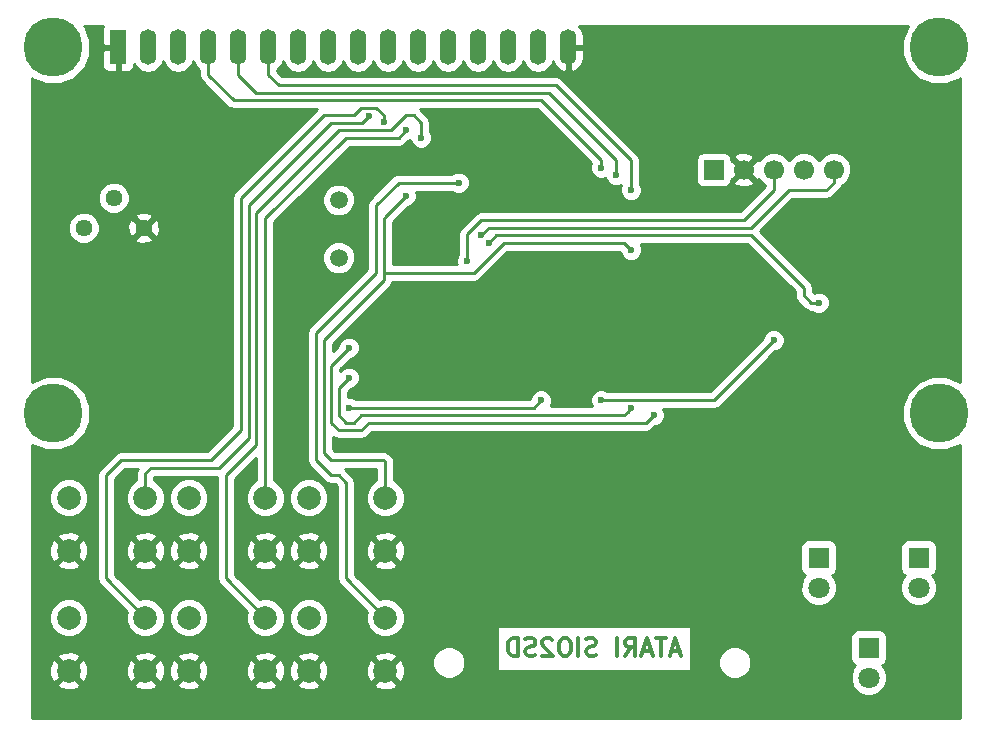
<source format=gbl>
G04 #@! TF.FileFunction,Copper,L2,Bot,Signal*
%FSLAX46Y46*%
G04 Gerber Fmt 4.6, Leading zero omitted, Abs format (unit mm)*
G04 Created by KiCad (PCBNEW 4.0.7) date 11/26/17 13:54:13*
%MOMM*%
%LPD*%
G01*
G04 APERTURE LIST*
%ADD10C,0.100000*%
%ADD11C,0.300000*%
%ADD12C,0.600000*%
%ADD13C,2.000000*%
%ADD14C,1.500000*%
%ADD15R,1.400000X3.000000*%
%ADD16O,1.400000X3.000000*%
%ADD17C,5.000000*%
%ADD18R,1.800000X1.800000*%
%ADD19C,1.800000*%
%ADD20R,1.700000X1.700000*%
%ADD21C,1.700000*%
%ADD22C,1.440000*%
%ADD23C,0.254000*%
G04 APERTURE END LIST*
D10*
D11*
X162225714Y-124710000D02*
X161511428Y-124710000D01*
X162368571Y-125138571D02*
X161868571Y-123638571D01*
X161368571Y-125138571D01*
X161082857Y-123638571D02*
X160225714Y-123638571D01*
X160654285Y-125138571D02*
X160654285Y-123638571D01*
X159797143Y-124710000D02*
X159082857Y-124710000D01*
X159940000Y-125138571D02*
X159440000Y-123638571D01*
X158940000Y-125138571D01*
X157582857Y-125138571D02*
X158082857Y-124424286D01*
X158440000Y-125138571D02*
X158440000Y-123638571D01*
X157868572Y-123638571D01*
X157725714Y-123710000D01*
X157654286Y-123781429D01*
X157582857Y-123924286D01*
X157582857Y-124138571D01*
X157654286Y-124281429D01*
X157725714Y-124352857D01*
X157868572Y-124424286D01*
X158440000Y-124424286D01*
X156940000Y-125138571D02*
X156940000Y-123638571D01*
X155154286Y-125067143D02*
X154940000Y-125138571D01*
X154582857Y-125138571D01*
X154440000Y-125067143D01*
X154368571Y-124995714D01*
X154297143Y-124852857D01*
X154297143Y-124710000D01*
X154368571Y-124567143D01*
X154440000Y-124495714D01*
X154582857Y-124424286D01*
X154868571Y-124352857D01*
X155011429Y-124281429D01*
X155082857Y-124210000D01*
X155154286Y-124067143D01*
X155154286Y-123924286D01*
X155082857Y-123781429D01*
X155011429Y-123710000D01*
X154868571Y-123638571D01*
X154511429Y-123638571D01*
X154297143Y-123710000D01*
X153654286Y-125138571D02*
X153654286Y-123638571D01*
X152654286Y-123638571D02*
X152368572Y-123638571D01*
X152225714Y-123710000D01*
X152082857Y-123852857D01*
X152011429Y-124138571D01*
X152011429Y-124638571D01*
X152082857Y-124924286D01*
X152225714Y-125067143D01*
X152368572Y-125138571D01*
X152654286Y-125138571D01*
X152797143Y-125067143D01*
X152940000Y-124924286D01*
X153011429Y-124638571D01*
X153011429Y-124138571D01*
X152940000Y-123852857D01*
X152797143Y-123710000D01*
X152654286Y-123638571D01*
X151440000Y-123781429D02*
X151368571Y-123710000D01*
X151225714Y-123638571D01*
X150868571Y-123638571D01*
X150725714Y-123710000D01*
X150654285Y-123781429D01*
X150582857Y-123924286D01*
X150582857Y-124067143D01*
X150654285Y-124281429D01*
X151511428Y-125138571D01*
X150582857Y-125138571D01*
X150011429Y-125067143D02*
X149797143Y-125138571D01*
X149440000Y-125138571D01*
X149297143Y-125067143D01*
X149225714Y-124995714D01*
X149154286Y-124852857D01*
X149154286Y-124710000D01*
X149225714Y-124567143D01*
X149297143Y-124495714D01*
X149440000Y-124424286D01*
X149725714Y-124352857D01*
X149868572Y-124281429D01*
X149940000Y-124210000D01*
X150011429Y-124067143D01*
X150011429Y-123924286D01*
X149940000Y-123781429D01*
X149868572Y-123710000D01*
X149725714Y-123638571D01*
X149368572Y-123638571D01*
X149154286Y-123710000D01*
X148511429Y-125138571D02*
X148511429Y-123638571D01*
X148154286Y-123638571D01*
X147940001Y-123710000D01*
X147797143Y-123852857D01*
X147725715Y-123995714D01*
X147654286Y-124281429D01*
X147654286Y-124495714D01*
X147725715Y-124781429D01*
X147797143Y-124924286D01*
X147940001Y-125067143D01*
X148154286Y-125138571D01*
X148511429Y-125138571D01*
D12*
X176530000Y-105410000D03*
X161290000Y-85090000D03*
X143510000Y-118110000D03*
X153670000Y-96520000D03*
X141605000Y-93980000D03*
X139065000Y-90805000D03*
X130810000Y-88900000D03*
X119380000Y-78740000D03*
X121920000Y-99060000D03*
X109220000Y-78740000D03*
X109220000Y-88900000D03*
X109220000Y-100330000D03*
X143510000Y-107950000D03*
X156210000Y-107950000D03*
X168910000Y-107950000D03*
X168910000Y-118110000D03*
X156210000Y-118110000D03*
X143510000Y-118110000D03*
X143510000Y-128270000D03*
X153670000Y-128270000D03*
X163830000Y-128270000D03*
X173990000Y-128270000D03*
X184150000Y-128270000D03*
X184150000Y-100330000D03*
X184150000Y-88900000D03*
X184150000Y-78740000D03*
X179070000Y-73660000D03*
X168910000Y-73660000D03*
D13*
X110490000Y-126420000D03*
X110490000Y-121920000D03*
X116990000Y-126420000D03*
X116990000Y-121920000D03*
D14*
X133350000Y-91440000D03*
X133350000Y-86560000D03*
D15*
X114680000Y-73620000D03*
D16*
X117220000Y-73620000D03*
X119760000Y-73620000D03*
X122300000Y-73620000D03*
X124840000Y-73620000D03*
X127380000Y-73620000D03*
X129920000Y-73620000D03*
X132460000Y-73620000D03*
X135000000Y-73620000D03*
X137540000Y-73620000D03*
X140080000Y-73620000D03*
X142620000Y-73620000D03*
X145160000Y-73620000D03*
X147700000Y-73620000D03*
X150240000Y-73620000D03*
X152780000Y-73620000D03*
D17*
X109180000Y-73620000D03*
X109180000Y-104620000D03*
X184180000Y-73620000D03*
X184180000Y-104620000D03*
D18*
X178230000Y-124460000D03*
D19*
X178230000Y-127000000D03*
D18*
X173990000Y-116840000D03*
D19*
X173990000Y-119380000D03*
D18*
X182450000Y-116840000D03*
D19*
X182450000Y-119380000D03*
D13*
X110490000Y-116260000D03*
X110490000Y-111760000D03*
X116990000Y-116260000D03*
X116990000Y-111760000D03*
X120650000Y-116260000D03*
X120650000Y-111760000D03*
X127150000Y-116260000D03*
X127150000Y-111760000D03*
X120650000Y-126420000D03*
X120650000Y-121920000D03*
X127150000Y-126420000D03*
X127150000Y-121920000D03*
X130810000Y-126420000D03*
X130810000Y-121920000D03*
X137310000Y-126420000D03*
X137310000Y-121920000D03*
X130810000Y-116260000D03*
X130810000Y-111760000D03*
X137310000Y-116260000D03*
X137310000Y-111760000D03*
D20*
X165100000Y-84000000D03*
D21*
X167640000Y-84000000D03*
X170180000Y-84000000D03*
X172720000Y-84000000D03*
X175260000Y-84000000D03*
D22*
X111760000Y-88900000D03*
X114300000Y-86360000D03*
X116840000Y-88900000D03*
D12*
X158750000Y-73660000D03*
X165100000Y-92710000D03*
X148590000Y-91440000D03*
X151130000Y-86995000D03*
X143510000Y-88265000D03*
X148590000Y-85725000D03*
X143510000Y-85090000D03*
X140335000Y-81280000D03*
X139065000Y-80645000D03*
X137160000Y-79963990D03*
X135890000Y-79421010D03*
X158115000Y-90805000D03*
X139065000Y-86220000D03*
X155575000Y-103505000D03*
X170180000Y-98425000D03*
X146050000Y-90170000D03*
X173990000Y-95250000D03*
X144240317Y-91701010D03*
X145415000Y-89535000D03*
X150495000Y-103505000D03*
X134239000Y-104140000D03*
X158115000Y-104186010D03*
X134239000Y-101600000D03*
X160020000Y-104775000D03*
X134239000Y-99060000D03*
X155575000Y-83820000D03*
X156845000Y-84455000D03*
X158115000Y-85725000D03*
D23*
X136525000Y-92710000D02*
X136525000Y-86995000D01*
X131445000Y-97790000D02*
X136525000Y-92710000D01*
X131445000Y-108585000D02*
X131445000Y-97790000D01*
X132715000Y-109855000D02*
X131445000Y-108585000D01*
X133350000Y-109855000D02*
X132715000Y-109855000D01*
X133985000Y-110490000D02*
X133350000Y-109855000D01*
X137310000Y-121920000D02*
X133985000Y-118595000D01*
X133985000Y-118595000D02*
X133985000Y-110490000D01*
X136525000Y-86995000D02*
X138430000Y-85090000D01*
X138430000Y-85090000D02*
X143510000Y-85090000D01*
X133350000Y-80645000D02*
X137795000Y-80645000D01*
X126365000Y-87630000D02*
X133350000Y-80645000D01*
X126365000Y-107315000D02*
X126365000Y-87630000D01*
X127150000Y-121920000D02*
X123825000Y-118595000D01*
X123825000Y-118595000D02*
X123825000Y-109855000D01*
X123825000Y-109855000D02*
X126365000Y-107315000D01*
X139065000Y-79375000D02*
X139700000Y-79375000D01*
X137795000Y-80645000D02*
X139065000Y-79375000D01*
X139700000Y-79375000D02*
X140335000Y-80010000D01*
X140335000Y-80010000D02*
X140335000Y-81280000D01*
X127150000Y-111760000D02*
X127150000Y-88115000D01*
X127150000Y-88115000D02*
X133985000Y-81280000D01*
X133985000Y-81280000D02*
X138430000Y-81280000D01*
X138430000Y-81280000D02*
X139065000Y-80645000D01*
X135255000Y-78740000D02*
X136525000Y-78740000D01*
X134620000Y-79375000D02*
X135255000Y-78740000D01*
X132080000Y-79375000D02*
X134620000Y-79375000D01*
X125095000Y-86360000D02*
X132080000Y-79375000D01*
X125095000Y-106045000D02*
X125095000Y-86360000D01*
X122555000Y-108585000D02*
X125095000Y-106045000D01*
X114935000Y-108585000D02*
X122555000Y-108585000D01*
X113665000Y-109855000D02*
X114935000Y-108585000D01*
X113665000Y-118595000D02*
X113665000Y-109855000D01*
X116990000Y-121920000D02*
X113665000Y-118595000D01*
X136525000Y-78740000D02*
X137160000Y-79375000D01*
X137160000Y-79375000D02*
X137160000Y-79963990D01*
X132715000Y-80010000D02*
X135301010Y-80010000D01*
X135301010Y-80010000D02*
X135890000Y-79421010D01*
X125730000Y-86995000D02*
X132715000Y-80010000D01*
X125730000Y-106680000D02*
X125730000Y-86995000D01*
X123190000Y-109220000D02*
X125730000Y-106680000D01*
X117475000Y-109220000D02*
X123190000Y-109220000D01*
X116990000Y-109705000D02*
X117475000Y-109220000D01*
X116990000Y-111760000D02*
X116990000Y-109705000D01*
X137160000Y-93345000D02*
X137160000Y-92710000D01*
X137160000Y-92710000D02*
X137160000Y-88125000D01*
X144780000Y-92710000D02*
X137160000Y-92710000D01*
X147320000Y-90170000D02*
X144780000Y-92710000D01*
X157480000Y-90170000D02*
X147320000Y-90170000D01*
X158115000Y-90805000D02*
X157480000Y-90170000D01*
X137310000Y-111760000D02*
X137310000Y-108735000D01*
X137310000Y-108735000D02*
X137160000Y-108585000D01*
X137160000Y-108585000D02*
X132715000Y-108585000D01*
X132715000Y-108585000D02*
X132080000Y-107950000D01*
X132080000Y-107950000D02*
X132080000Y-98425000D01*
X132080000Y-98425000D02*
X137160000Y-93345000D01*
X137310000Y-87975000D02*
X139065000Y-86220000D01*
X137160000Y-88125000D02*
X137310000Y-87975000D01*
X170180000Y-98425000D02*
X165100000Y-103505000D01*
X165100000Y-103505000D02*
X155575000Y-103505000D01*
X146050000Y-90170000D02*
X146685000Y-89535000D01*
X146685000Y-89535000D02*
X168275000Y-89535000D01*
X172720000Y-94615000D02*
X173355000Y-95250000D01*
X168275000Y-89535000D02*
X172720000Y-93980000D01*
X172720000Y-93980000D02*
X172720000Y-94615000D01*
X173355000Y-95250000D02*
X173990000Y-95250000D01*
X144240317Y-91701010D02*
X144240317Y-89439683D01*
X144240317Y-89439683D02*
X145415000Y-88265000D01*
X145415000Y-88265000D02*
X167640000Y-88265000D01*
X167640000Y-88265000D02*
X170180000Y-85725000D01*
X170180000Y-85725000D02*
X170180000Y-84000000D01*
X171450000Y-85725000D02*
X172720000Y-85725000D01*
X168275000Y-88900000D02*
X171450000Y-85725000D01*
X146050000Y-88900000D02*
X168275000Y-88900000D01*
X145415000Y-89535000D02*
X146050000Y-88900000D01*
X172720000Y-85725000D02*
X174625000Y-85725000D01*
X174625000Y-85725000D02*
X175260000Y-85090000D01*
X175260000Y-85090000D02*
X175260000Y-84000000D01*
X149860000Y-104140000D02*
X150495000Y-103505000D01*
X134239000Y-104140000D02*
X149860000Y-104140000D01*
X157815001Y-104486009D02*
X158115000Y-104186010D01*
X135255000Y-104775000D02*
X157526010Y-104775000D01*
X134620000Y-105410000D02*
X135255000Y-104775000D01*
X133350000Y-104775000D02*
X133985000Y-105410000D01*
X133985000Y-105410000D02*
X134620000Y-105410000D01*
X133350000Y-102489000D02*
X133350000Y-104775000D01*
X157526010Y-104775000D02*
X157815001Y-104486009D01*
X134239000Y-101600000D02*
X133350000Y-102489000D01*
X149860000Y-105410000D02*
X159385000Y-105410000D01*
X159385000Y-105410000D02*
X160020000Y-104775000D01*
X135890000Y-105410000D02*
X149860000Y-105410000D01*
X135255000Y-106045000D02*
X135890000Y-105410000D01*
X133350000Y-106045000D02*
X135255000Y-106045000D01*
X132715000Y-105410000D02*
X133350000Y-106045000D01*
X132715000Y-100965000D02*
X132715000Y-105410000D01*
X132715000Y-100584000D02*
X132715000Y-100965000D01*
X134239000Y-99060000D02*
X132715000Y-100584000D01*
X155575000Y-83820000D02*
X155575000Y-83185000D01*
X155575000Y-83185000D02*
X150495000Y-78105000D01*
X150495000Y-78105000D02*
X124460000Y-78105000D01*
X124460000Y-78105000D02*
X122300000Y-75945000D01*
X122300000Y-75945000D02*
X122300000Y-73620000D01*
X126365000Y-77470000D02*
X124840000Y-75945000D01*
X124840000Y-75945000D02*
X124840000Y-73620000D01*
X151130000Y-77470000D02*
X126365000Y-77470000D01*
X156845000Y-83185000D02*
X151130000Y-77470000D01*
X156845000Y-84455000D02*
X156845000Y-83185000D01*
X158115000Y-85725000D02*
X158115000Y-83185000D01*
X158115000Y-83185000D02*
X151765000Y-76835000D01*
X151765000Y-76835000D02*
X128270000Y-76835000D01*
X128270000Y-76835000D02*
X127380000Y-75945000D01*
X127380000Y-75945000D02*
X127380000Y-73620000D01*
G36*
X113345000Y-71993691D02*
X113345000Y-73334250D01*
X113503750Y-73493000D01*
X114553000Y-73493000D01*
X114553000Y-73473000D01*
X114807000Y-73473000D01*
X114807000Y-73493000D01*
X114827000Y-73493000D01*
X114827000Y-73747000D01*
X114807000Y-73747000D01*
X114807000Y-75596250D01*
X114965750Y-75755000D01*
X115506310Y-75755000D01*
X115739699Y-75658327D01*
X115918327Y-75479698D01*
X116015000Y-75246309D01*
X116015000Y-75015181D01*
X116276012Y-75405815D01*
X116709118Y-75695206D01*
X117220000Y-75796827D01*
X117730882Y-75695206D01*
X118163988Y-75405815D01*
X118453379Y-74972709D01*
X118490000Y-74788603D01*
X118526621Y-74972709D01*
X118816012Y-75405815D01*
X119249118Y-75695206D01*
X119760000Y-75796827D01*
X120270882Y-75695206D01*
X120703988Y-75405815D01*
X120993379Y-74972709D01*
X121030000Y-74788603D01*
X121066621Y-74972709D01*
X121356012Y-75405815D01*
X121538000Y-75527415D01*
X121538000Y-75945000D01*
X121596004Y-76236605D01*
X121761185Y-76483815D01*
X123921184Y-78643815D01*
X124168395Y-78808996D01*
X124460000Y-78867000D01*
X131510369Y-78867000D01*
X124556185Y-85821185D01*
X124391004Y-86068395D01*
X124333000Y-86360000D01*
X124333000Y-105729369D01*
X122239370Y-107823000D01*
X114935000Y-107823000D01*
X114643395Y-107881004D01*
X114396184Y-108046185D01*
X113126186Y-109316184D01*
X113126185Y-109316185D01*
X112961004Y-109563395D01*
X112903000Y-109855000D01*
X112903000Y-118595000D01*
X112961004Y-118886605D01*
X113085770Y-119073330D01*
X113126185Y-119133815D01*
X115422895Y-121430525D01*
X115355284Y-121593352D01*
X115354716Y-122243795D01*
X115603106Y-122844943D01*
X116062637Y-123305278D01*
X116663352Y-123554716D01*
X117313795Y-123555284D01*
X117914943Y-123306894D01*
X118375278Y-122847363D01*
X118624716Y-122246648D01*
X118624718Y-122243795D01*
X119014716Y-122243795D01*
X119263106Y-122844943D01*
X119722637Y-123305278D01*
X120323352Y-123554716D01*
X120973795Y-123555284D01*
X121574943Y-123306894D01*
X122035278Y-122847363D01*
X122284716Y-122246648D01*
X122285284Y-121596205D01*
X122036894Y-120995057D01*
X121577363Y-120534722D01*
X120976648Y-120285284D01*
X120326205Y-120284716D01*
X119725057Y-120533106D01*
X119264722Y-120992637D01*
X119015284Y-121593352D01*
X119014716Y-122243795D01*
X118624718Y-122243795D01*
X118625284Y-121596205D01*
X118376894Y-120995057D01*
X117917363Y-120534722D01*
X117316648Y-120285284D01*
X116666205Y-120284716D01*
X116500722Y-120353092D01*
X114427000Y-118279370D01*
X114427000Y-117412532D01*
X116017073Y-117412532D01*
X116115736Y-117679387D01*
X116725461Y-117905908D01*
X117375460Y-117881856D01*
X117864264Y-117679387D01*
X117962927Y-117412532D01*
X119677073Y-117412532D01*
X119775736Y-117679387D01*
X120385461Y-117905908D01*
X121035460Y-117881856D01*
X121524264Y-117679387D01*
X121622927Y-117412532D01*
X120650000Y-116439605D01*
X119677073Y-117412532D01*
X117962927Y-117412532D01*
X116990000Y-116439605D01*
X116017073Y-117412532D01*
X114427000Y-117412532D01*
X114427000Y-115995461D01*
X115344092Y-115995461D01*
X115368144Y-116645460D01*
X115570613Y-117134264D01*
X115837468Y-117232927D01*
X116810395Y-116260000D01*
X117169605Y-116260000D01*
X118142532Y-117232927D01*
X118409387Y-117134264D01*
X118635908Y-116524539D01*
X118616331Y-115995461D01*
X119004092Y-115995461D01*
X119028144Y-116645460D01*
X119230613Y-117134264D01*
X119497468Y-117232927D01*
X120470395Y-116260000D01*
X120829605Y-116260000D01*
X121802532Y-117232927D01*
X122069387Y-117134264D01*
X122295908Y-116524539D01*
X122271856Y-115874540D01*
X122069387Y-115385736D01*
X121802532Y-115287073D01*
X120829605Y-116260000D01*
X120470395Y-116260000D01*
X119497468Y-115287073D01*
X119230613Y-115385736D01*
X119004092Y-115995461D01*
X118616331Y-115995461D01*
X118611856Y-115874540D01*
X118409387Y-115385736D01*
X118142532Y-115287073D01*
X117169605Y-116260000D01*
X116810395Y-116260000D01*
X115837468Y-115287073D01*
X115570613Y-115385736D01*
X115344092Y-115995461D01*
X114427000Y-115995461D01*
X114427000Y-115107468D01*
X116017073Y-115107468D01*
X116990000Y-116080395D01*
X117962927Y-115107468D01*
X119677073Y-115107468D01*
X120650000Y-116080395D01*
X121622927Y-115107468D01*
X121524264Y-114840613D01*
X120914539Y-114614092D01*
X120264540Y-114638144D01*
X119775736Y-114840613D01*
X119677073Y-115107468D01*
X117962927Y-115107468D01*
X117864264Y-114840613D01*
X117254539Y-114614092D01*
X116604540Y-114638144D01*
X116115736Y-114840613D01*
X116017073Y-115107468D01*
X114427000Y-115107468D01*
X114427000Y-110170630D01*
X115250631Y-109347000D01*
X116330368Y-109347000D01*
X116286004Y-109413395D01*
X116228000Y-109705000D01*
X116228000Y-110305779D01*
X116065057Y-110373106D01*
X115604722Y-110832637D01*
X115355284Y-111433352D01*
X115354716Y-112083795D01*
X115603106Y-112684943D01*
X116062637Y-113145278D01*
X116663352Y-113394716D01*
X117313795Y-113395284D01*
X117914943Y-113146894D01*
X118375278Y-112687363D01*
X118624716Y-112086648D01*
X118624718Y-112083795D01*
X119014716Y-112083795D01*
X119263106Y-112684943D01*
X119722637Y-113145278D01*
X120323352Y-113394716D01*
X120973795Y-113395284D01*
X121574943Y-113146894D01*
X122035278Y-112687363D01*
X122284716Y-112086648D01*
X122285284Y-111436205D01*
X122036894Y-110835057D01*
X121577363Y-110374722D01*
X120976648Y-110125284D01*
X120326205Y-110124716D01*
X119725057Y-110373106D01*
X119264722Y-110832637D01*
X119015284Y-111433352D01*
X119014716Y-112083795D01*
X118624718Y-112083795D01*
X118625284Y-111436205D01*
X118376894Y-110835057D01*
X117917363Y-110374722D01*
X117752000Y-110306057D01*
X117752000Y-110020630D01*
X117790631Y-109982000D01*
X123063000Y-109982000D01*
X123063000Y-118595000D01*
X123121004Y-118886605D01*
X123245770Y-119073330D01*
X123286185Y-119133815D01*
X125582895Y-121430525D01*
X125515284Y-121593352D01*
X125514716Y-122243795D01*
X125763106Y-122844943D01*
X126222637Y-123305278D01*
X126823352Y-123554716D01*
X127473795Y-123555284D01*
X128074943Y-123306894D01*
X128535278Y-122847363D01*
X128784716Y-122246648D01*
X128784718Y-122243795D01*
X129174716Y-122243795D01*
X129423106Y-122844943D01*
X129882637Y-123305278D01*
X130483352Y-123554716D01*
X131133795Y-123555284D01*
X131734943Y-123306894D01*
X132195278Y-122847363D01*
X132444716Y-122246648D01*
X132445284Y-121596205D01*
X132196894Y-120995057D01*
X131737363Y-120534722D01*
X131136648Y-120285284D01*
X130486205Y-120284716D01*
X129885057Y-120533106D01*
X129424722Y-120992637D01*
X129175284Y-121593352D01*
X129174716Y-122243795D01*
X128784718Y-122243795D01*
X128785284Y-121596205D01*
X128536894Y-120995057D01*
X128077363Y-120534722D01*
X127476648Y-120285284D01*
X126826205Y-120284716D01*
X126660722Y-120353092D01*
X124587000Y-118279370D01*
X124587000Y-117412532D01*
X126177073Y-117412532D01*
X126275736Y-117679387D01*
X126885461Y-117905908D01*
X127535460Y-117881856D01*
X128024264Y-117679387D01*
X128122927Y-117412532D01*
X129837073Y-117412532D01*
X129935736Y-117679387D01*
X130545461Y-117905908D01*
X131195460Y-117881856D01*
X131684264Y-117679387D01*
X131782927Y-117412532D01*
X130810000Y-116439605D01*
X129837073Y-117412532D01*
X128122927Y-117412532D01*
X127150000Y-116439605D01*
X126177073Y-117412532D01*
X124587000Y-117412532D01*
X124587000Y-115995461D01*
X125504092Y-115995461D01*
X125528144Y-116645460D01*
X125730613Y-117134264D01*
X125997468Y-117232927D01*
X126970395Y-116260000D01*
X127329605Y-116260000D01*
X128302532Y-117232927D01*
X128569387Y-117134264D01*
X128795908Y-116524539D01*
X128776331Y-115995461D01*
X129164092Y-115995461D01*
X129188144Y-116645460D01*
X129390613Y-117134264D01*
X129657468Y-117232927D01*
X130630395Y-116260000D01*
X130989605Y-116260000D01*
X131962532Y-117232927D01*
X132229387Y-117134264D01*
X132455908Y-116524539D01*
X132431856Y-115874540D01*
X132229387Y-115385736D01*
X131962532Y-115287073D01*
X130989605Y-116260000D01*
X130630395Y-116260000D01*
X129657468Y-115287073D01*
X129390613Y-115385736D01*
X129164092Y-115995461D01*
X128776331Y-115995461D01*
X128771856Y-115874540D01*
X128569387Y-115385736D01*
X128302532Y-115287073D01*
X127329605Y-116260000D01*
X126970395Y-116260000D01*
X125997468Y-115287073D01*
X125730613Y-115385736D01*
X125504092Y-115995461D01*
X124587000Y-115995461D01*
X124587000Y-115107468D01*
X126177073Y-115107468D01*
X127150000Y-116080395D01*
X128122927Y-115107468D01*
X129837073Y-115107468D01*
X130810000Y-116080395D01*
X131782927Y-115107468D01*
X131684264Y-114840613D01*
X131074539Y-114614092D01*
X130424540Y-114638144D01*
X129935736Y-114840613D01*
X129837073Y-115107468D01*
X128122927Y-115107468D01*
X128024264Y-114840613D01*
X127414539Y-114614092D01*
X126764540Y-114638144D01*
X126275736Y-114840613D01*
X126177073Y-115107468D01*
X124587000Y-115107468D01*
X124587000Y-110170630D01*
X126388000Y-108369631D01*
X126388000Y-110305779D01*
X126225057Y-110373106D01*
X125764722Y-110832637D01*
X125515284Y-111433352D01*
X125514716Y-112083795D01*
X125763106Y-112684943D01*
X126222637Y-113145278D01*
X126823352Y-113394716D01*
X127473795Y-113395284D01*
X128074943Y-113146894D01*
X128535278Y-112687363D01*
X128784716Y-112086648D01*
X128784718Y-112083795D01*
X129174716Y-112083795D01*
X129423106Y-112684943D01*
X129882637Y-113145278D01*
X130483352Y-113394716D01*
X131133795Y-113395284D01*
X131734943Y-113146894D01*
X132195278Y-112687363D01*
X132444716Y-112086648D01*
X132445284Y-111436205D01*
X132196894Y-110835057D01*
X131737363Y-110374722D01*
X131136648Y-110125284D01*
X130486205Y-110124716D01*
X129885057Y-110373106D01*
X129424722Y-110832637D01*
X129175284Y-111433352D01*
X129174716Y-112083795D01*
X128784718Y-112083795D01*
X128785284Y-111436205D01*
X128536894Y-110835057D01*
X128077363Y-110374722D01*
X127912000Y-110306057D01*
X127912000Y-97790000D01*
X130683000Y-97790000D01*
X130683000Y-108585000D01*
X130741004Y-108876605D01*
X130885595Y-109093000D01*
X130906185Y-109123815D01*
X132176184Y-110393815D01*
X132423395Y-110558996D01*
X132715000Y-110617000D01*
X133034370Y-110617000D01*
X133223000Y-110805631D01*
X133223000Y-118595000D01*
X133281004Y-118886605D01*
X133405770Y-119073330D01*
X133446185Y-119133815D01*
X135742895Y-121430525D01*
X135675284Y-121593352D01*
X135674716Y-122243795D01*
X135923106Y-122844943D01*
X136382637Y-123305278D01*
X136983352Y-123554716D01*
X137633795Y-123555284D01*
X138234943Y-123306894D01*
X138695278Y-122847363D01*
X138787610Y-122625000D01*
X146733572Y-122625000D01*
X146733572Y-126445000D01*
X163146428Y-126445000D01*
X163146428Y-125994285D01*
X165494760Y-125994285D01*
X165705169Y-126503515D01*
X166094436Y-126893461D01*
X166603298Y-127104759D01*
X167154285Y-127105240D01*
X167663515Y-126894831D01*
X168053461Y-126505564D01*
X168264759Y-125996702D01*
X168265240Y-125445715D01*
X168054831Y-124936485D01*
X167665564Y-124546539D01*
X167156702Y-124335241D01*
X166605715Y-124334760D01*
X166096485Y-124545169D01*
X165706539Y-124934436D01*
X165495241Y-125443298D01*
X165494760Y-125994285D01*
X163146428Y-125994285D01*
X163146428Y-123560000D01*
X176682560Y-123560000D01*
X176682560Y-125360000D01*
X176726838Y-125595317D01*
X176865910Y-125811441D01*
X177078110Y-125956431D01*
X177098534Y-125960567D01*
X176929449Y-126129357D01*
X176695267Y-126693330D01*
X176694735Y-127303991D01*
X176927932Y-127868371D01*
X177359357Y-128300551D01*
X177923330Y-128534733D01*
X178533991Y-128535265D01*
X179098371Y-128302068D01*
X179530551Y-127870643D01*
X179764733Y-127306670D01*
X179765265Y-126696009D01*
X179532068Y-126131629D01*
X179364120Y-125963387D01*
X179365317Y-125963162D01*
X179581441Y-125824090D01*
X179726431Y-125611890D01*
X179777440Y-125360000D01*
X179777440Y-123560000D01*
X179733162Y-123324683D01*
X179594090Y-123108559D01*
X179381890Y-122963569D01*
X179130000Y-122912560D01*
X177330000Y-122912560D01*
X177094683Y-122956838D01*
X176878559Y-123095910D01*
X176733569Y-123308110D01*
X176682560Y-123560000D01*
X163146428Y-123560000D01*
X163146428Y-122625000D01*
X146733572Y-122625000D01*
X138787610Y-122625000D01*
X138944716Y-122246648D01*
X138945284Y-121596205D01*
X138696894Y-120995057D01*
X138237363Y-120534722D01*
X137636648Y-120285284D01*
X136986205Y-120284716D01*
X136820722Y-120353092D01*
X134747000Y-118279370D01*
X134747000Y-117412532D01*
X136337073Y-117412532D01*
X136435736Y-117679387D01*
X137045461Y-117905908D01*
X137695460Y-117881856D01*
X138184264Y-117679387D01*
X138282927Y-117412532D01*
X137310000Y-116439605D01*
X136337073Y-117412532D01*
X134747000Y-117412532D01*
X134747000Y-115995461D01*
X135664092Y-115995461D01*
X135688144Y-116645460D01*
X135890613Y-117134264D01*
X136157468Y-117232927D01*
X137130395Y-116260000D01*
X137489605Y-116260000D01*
X138462532Y-117232927D01*
X138729387Y-117134264D01*
X138955908Y-116524539D01*
X138934279Y-115940000D01*
X172442560Y-115940000D01*
X172442560Y-117740000D01*
X172486838Y-117975317D01*
X172625910Y-118191441D01*
X172838110Y-118336431D01*
X172858534Y-118340567D01*
X172689449Y-118509357D01*
X172455267Y-119073330D01*
X172454735Y-119683991D01*
X172687932Y-120248371D01*
X173119357Y-120680551D01*
X173683330Y-120914733D01*
X174293991Y-120915265D01*
X174858371Y-120682068D01*
X175290551Y-120250643D01*
X175524733Y-119686670D01*
X175525265Y-119076009D01*
X175292068Y-118511629D01*
X175124120Y-118343387D01*
X175125317Y-118343162D01*
X175341441Y-118204090D01*
X175486431Y-117991890D01*
X175537440Y-117740000D01*
X175537440Y-115940000D01*
X180902560Y-115940000D01*
X180902560Y-117740000D01*
X180946838Y-117975317D01*
X181085910Y-118191441D01*
X181298110Y-118336431D01*
X181318534Y-118340567D01*
X181149449Y-118509357D01*
X180915267Y-119073330D01*
X180914735Y-119683991D01*
X181147932Y-120248371D01*
X181579357Y-120680551D01*
X182143330Y-120914733D01*
X182753991Y-120915265D01*
X183318371Y-120682068D01*
X183750551Y-120250643D01*
X183984733Y-119686670D01*
X183985265Y-119076009D01*
X183752068Y-118511629D01*
X183584120Y-118343387D01*
X183585317Y-118343162D01*
X183801441Y-118204090D01*
X183946431Y-117991890D01*
X183997440Y-117740000D01*
X183997440Y-115940000D01*
X183953162Y-115704683D01*
X183814090Y-115488559D01*
X183601890Y-115343569D01*
X183350000Y-115292560D01*
X181550000Y-115292560D01*
X181314683Y-115336838D01*
X181098559Y-115475910D01*
X180953569Y-115688110D01*
X180902560Y-115940000D01*
X175537440Y-115940000D01*
X175493162Y-115704683D01*
X175354090Y-115488559D01*
X175141890Y-115343569D01*
X174890000Y-115292560D01*
X173090000Y-115292560D01*
X172854683Y-115336838D01*
X172638559Y-115475910D01*
X172493569Y-115688110D01*
X172442560Y-115940000D01*
X138934279Y-115940000D01*
X138931856Y-115874540D01*
X138729387Y-115385736D01*
X138462532Y-115287073D01*
X137489605Y-116260000D01*
X137130395Y-116260000D01*
X136157468Y-115287073D01*
X135890613Y-115385736D01*
X135664092Y-115995461D01*
X134747000Y-115995461D01*
X134747000Y-115107468D01*
X136337073Y-115107468D01*
X137310000Y-116080395D01*
X138282927Y-115107468D01*
X138184264Y-114840613D01*
X137574539Y-114614092D01*
X136924540Y-114638144D01*
X136435736Y-114840613D01*
X136337073Y-115107468D01*
X134747000Y-115107468D01*
X134747000Y-110490000D01*
X134688996Y-110198395D01*
X134622834Y-110099377D01*
X134523816Y-109951185D01*
X133919630Y-109347000D01*
X136548000Y-109347000D01*
X136548000Y-110305779D01*
X136385057Y-110373106D01*
X135924722Y-110832637D01*
X135675284Y-111433352D01*
X135674716Y-112083795D01*
X135923106Y-112684943D01*
X136382637Y-113145278D01*
X136983352Y-113394716D01*
X137633795Y-113395284D01*
X138234943Y-113146894D01*
X138695278Y-112687363D01*
X138944716Y-112086648D01*
X138945284Y-111436205D01*
X138696894Y-110835057D01*
X138237363Y-110374722D01*
X138072000Y-110306057D01*
X138072000Y-108735000D01*
X138013996Y-108443395D01*
X137848815Y-108196185D01*
X137698815Y-108046185D01*
X137554864Y-107950000D01*
X137451605Y-107881004D01*
X137160000Y-107823000D01*
X133030631Y-107823000D01*
X132842000Y-107634370D01*
X132842000Y-106604406D01*
X132959377Y-106682834D01*
X133058395Y-106748996D01*
X133350000Y-106807000D01*
X135255000Y-106807000D01*
X135546605Y-106748996D01*
X135793815Y-106583815D01*
X136205631Y-106172000D01*
X159385000Y-106172000D01*
X159676605Y-106113996D01*
X159923815Y-105948815D01*
X160162506Y-105710125D01*
X160205167Y-105710162D01*
X160548943Y-105568117D01*
X160812192Y-105305327D01*
X160954838Y-104961799D01*
X160955162Y-104589833D01*
X160821770Y-104267000D01*
X165100000Y-104267000D01*
X165391605Y-104208996D01*
X165638815Y-104043815D01*
X170322505Y-99360125D01*
X170365167Y-99360162D01*
X170708943Y-99218117D01*
X170972192Y-98955327D01*
X171114838Y-98611799D01*
X171115162Y-98239833D01*
X170973117Y-97896057D01*
X170710327Y-97632808D01*
X170366799Y-97490162D01*
X169994833Y-97489838D01*
X169651057Y-97631883D01*
X169387808Y-97894673D01*
X169245162Y-98238201D01*
X169245124Y-98282246D01*
X164784370Y-102743000D01*
X156135466Y-102743000D01*
X156105327Y-102712808D01*
X155761799Y-102570162D01*
X155389833Y-102569838D01*
X155046057Y-102711883D01*
X154782808Y-102974673D01*
X154640162Y-103318201D01*
X154639838Y-103690167D01*
X154773230Y-104013000D01*
X151296463Y-104013000D01*
X151429838Y-103691799D01*
X151430162Y-103319833D01*
X151288117Y-102976057D01*
X151025327Y-102712808D01*
X150681799Y-102570162D01*
X150309833Y-102569838D01*
X149966057Y-102711883D01*
X149702808Y-102974673D01*
X149560162Y-103318201D01*
X149560124Y-103362246D01*
X149544370Y-103378000D01*
X134799466Y-103378000D01*
X134769327Y-103347808D01*
X134425799Y-103205162D01*
X134112000Y-103204889D01*
X134112000Y-102804630D01*
X134381505Y-102535125D01*
X134424167Y-102535162D01*
X134767943Y-102393117D01*
X135031192Y-102130327D01*
X135173838Y-101786799D01*
X135174162Y-101414833D01*
X135032117Y-101071057D01*
X134769327Y-100807808D01*
X134425799Y-100665162D01*
X134053833Y-100664838D01*
X133710057Y-100806883D01*
X133477000Y-101039534D01*
X133477000Y-100899630D01*
X134381506Y-99995125D01*
X134424167Y-99995162D01*
X134767943Y-99853117D01*
X135031192Y-99590327D01*
X135173838Y-99246799D01*
X135174162Y-98874833D01*
X135032117Y-98531057D01*
X134769327Y-98267808D01*
X134425799Y-98125162D01*
X134053833Y-98124838D01*
X133710057Y-98266883D01*
X133446808Y-98529673D01*
X133304162Y-98873201D01*
X133304124Y-98917246D01*
X132842000Y-99379370D01*
X132842000Y-98740630D01*
X137698815Y-93883815D01*
X137719404Y-93853001D01*
X137863996Y-93636605D01*
X137896738Y-93472000D01*
X144780000Y-93472000D01*
X145071605Y-93413996D01*
X145318815Y-93248815D01*
X147635631Y-90932000D01*
X157164370Y-90932000D01*
X157179875Y-90947506D01*
X157179838Y-90990167D01*
X157321883Y-91333943D01*
X157584673Y-91597192D01*
X157928201Y-91739838D01*
X158300167Y-91740162D01*
X158643943Y-91598117D01*
X158907192Y-91335327D01*
X159049838Y-90991799D01*
X159050162Y-90619833D01*
X158916770Y-90297000D01*
X167959370Y-90297000D01*
X171958000Y-94295631D01*
X171958000Y-94615000D01*
X172016004Y-94906605D01*
X172121729Y-95064833D01*
X172181185Y-95153815D01*
X172816185Y-95788816D01*
X172964377Y-95887834D01*
X173063395Y-95953996D01*
X173355000Y-96012000D01*
X173429534Y-96012000D01*
X173459673Y-96042192D01*
X173803201Y-96184838D01*
X174175167Y-96185162D01*
X174518943Y-96043117D01*
X174782192Y-95780327D01*
X174924838Y-95436799D01*
X174925162Y-95064833D01*
X174783117Y-94721057D01*
X174520327Y-94457808D01*
X174176799Y-94315162D01*
X173804833Y-94314838D01*
X173587336Y-94404706D01*
X173482000Y-94299370D01*
X173482000Y-93980000D01*
X173423996Y-93688395D01*
X173389390Y-93636604D01*
X173258815Y-93441184D01*
X169035130Y-89217500D01*
X171765630Y-86487000D01*
X174625000Y-86487000D01*
X174916605Y-86428996D01*
X175163815Y-86263815D01*
X175798816Y-85628815D01*
X175916183Y-85453162D01*
X175963996Y-85381605D01*
X175978239Y-85310002D01*
X176100086Y-85259656D01*
X176518188Y-84842283D01*
X176744742Y-84296681D01*
X176745257Y-83705911D01*
X176519656Y-83159914D01*
X176102283Y-82741812D01*
X175556681Y-82515258D01*
X174965911Y-82514743D01*
X174419914Y-82740344D01*
X174001812Y-83157717D01*
X173990252Y-83185557D01*
X173979656Y-83159914D01*
X173562283Y-82741812D01*
X173016681Y-82515258D01*
X172425911Y-82514743D01*
X171879914Y-82740344D01*
X171461812Y-83157717D01*
X171450252Y-83185557D01*
X171439656Y-83159914D01*
X171022283Y-82741812D01*
X170476681Y-82515258D01*
X169885911Y-82514743D01*
X169339914Y-82740344D01*
X168921812Y-83157717D01*
X168902049Y-83205312D01*
X168683958Y-83135647D01*
X167819605Y-84000000D01*
X168683958Y-84864353D01*
X168901640Y-84794819D01*
X168920344Y-84840086D01*
X169337717Y-85258188D01*
X169418000Y-85291524D01*
X169418000Y-85409369D01*
X167324370Y-87503000D01*
X145415000Y-87503000D01*
X145123395Y-87561004D01*
X145024377Y-87627166D01*
X144876185Y-87726184D01*
X143701502Y-88900868D01*
X143536321Y-89148078D01*
X143478317Y-89439683D01*
X143478317Y-91140544D01*
X143448125Y-91170683D01*
X143305479Y-91514211D01*
X143305155Y-91886177D01*
X143330700Y-91948000D01*
X137922000Y-91948000D01*
X137922000Y-88440630D01*
X139207506Y-87155125D01*
X139250167Y-87155162D01*
X139593943Y-87013117D01*
X139857192Y-86750327D01*
X139999838Y-86406799D01*
X140000162Y-86034833D01*
X139924617Y-85852000D01*
X142949534Y-85852000D01*
X142979673Y-85882192D01*
X143323201Y-86024838D01*
X143695167Y-86025162D01*
X144038943Y-85883117D01*
X144302192Y-85620327D01*
X144444838Y-85276799D01*
X144445162Y-84904833D01*
X144303117Y-84561057D01*
X144040327Y-84297808D01*
X143696799Y-84155162D01*
X143324833Y-84154838D01*
X142981057Y-84296883D01*
X142949886Y-84328000D01*
X138430000Y-84328000D01*
X138138395Y-84386004D01*
X138035136Y-84455000D01*
X137891185Y-84551185D01*
X135986185Y-86456185D01*
X135821004Y-86703395D01*
X135763000Y-86995000D01*
X135763000Y-92394370D01*
X130906185Y-97251185D01*
X130741004Y-97498395D01*
X130683000Y-97790000D01*
X127912000Y-97790000D01*
X127912000Y-91714285D01*
X131964760Y-91714285D01*
X132175169Y-92223515D01*
X132564436Y-92613461D01*
X133073298Y-92824759D01*
X133624285Y-92825240D01*
X134133515Y-92614831D01*
X134523461Y-92225564D01*
X134734759Y-91716702D01*
X134735240Y-91165715D01*
X134524831Y-90656485D01*
X134135564Y-90266539D01*
X133626702Y-90055241D01*
X133075715Y-90054760D01*
X132566485Y-90265169D01*
X132176539Y-90654436D01*
X131965241Y-91163298D01*
X131964760Y-91714285D01*
X127912000Y-91714285D01*
X127912000Y-88430630D01*
X129508345Y-86834285D01*
X131964760Y-86834285D01*
X132175169Y-87343515D01*
X132564436Y-87733461D01*
X133073298Y-87944759D01*
X133624285Y-87945240D01*
X134133515Y-87734831D01*
X134523461Y-87345564D01*
X134734759Y-86836702D01*
X134735240Y-86285715D01*
X134524831Y-85776485D01*
X134135564Y-85386539D01*
X133626702Y-85175241D01*
X133075715Y-85174760D01*
X132566485Y-85385169D01*
X132176539Y-85774436D01*
X131965241Y-86283298D01*
X131964760Y-86834285D01*
X129508345Y-86834285D01*
X134300631Y-82042000D01*
X138430000Y-82042000D01*
X138721605Y-81983996D01*
X138968815Y-81818815D01*
X139207506Y-81580125D01*
X139250167Y-81580162D01*
X139418597Y-81510568D01*
X139541883Y-81808943D01*
X139804673Y-82072192D01*
X140148201Y-82214838D01*
X140520167Y-82215162D01*
X140863943Y-82073117D01*
X141127192Y-81810327D01*
X141269838Y-81466799D01*
X141270162Y-81094833D01*
X141128117Y-80751057D01*
X141097000Y-80719886D01*
X141097000Y-80010000D01*
X141038996Y-79718395D01*
X140964014Y-79606177D01*
X140873816Y-79471185D01*
X140269630Y-78867000D01*
X150179370Y-78867000D01*
X154729771Y-83417401D01*
X154640162Y-83633201D01*
X154639838Y-84005167D01*
X154781883Y-84348943D01*
X155044673Y-84612192D01*
X155388201Y-84754838D01*
X155760167Y-84755162D01*
X155928597Y-84685568D01*
X156051883Y-84983943D01*
X156314673Y-85247192D01*
X156658201Y-85389838D01*
X157030167Y-85390162D01*
X157285430Y-85284690D01*
X157180162Y-85538201D01*
X157179838Y-85910167D01*
X157321883Y-86253943D01*
X157584673Y-86517192D01*
X157928201Y-86659838D01*
X158300167Y-86660162D01*
X158643943Y-86518117D01*
X158907192Y-86255327D01*
X159049838Y-85911799D01*
X159050162Y-85539833D01*
X158908117Y-85196057D01*
X158877000Y-85164886D01*
X158877000Y-83185000D01*
X158870039Y-83150000D01*
X163602560Y-83150000D01*
X163602560Y-84850000D01*
X163646838Y-85085317D01*
X163785910Y-85301441D01*
X163998110Y-85446431D01*
X164250000Y-85497440D01*
X165950000Y-85497440D01*
X166185317Y-85453162D01*
X166401441Y-85314090D01*
X166546431Y-85101890D01*
X166558162Y-85043958D01*
X166775647Y-85043958D01*
X166855920Y-85295259D01*
X167411279Y-85496718D01*
X168001458Y-85470315D01*
X168424080Y-85295259D01*
X168504353Y-85043958D01*
X167640000Y-84179605D01*
X166775647Y-85043958D01*
X166558162Y-85043958D01*
X166594625Y-84863900D01*
X166596042Y-84864353D01*
X167460395Y-84000000D01*
X166596042Y-83135647D01*
X166594813Y-83136040D01*
X166560945Y-82956042D01*
X166775647Y-82956042D01*
X167640000Y-83820395D01*
X168504353Y-82956042D01*
X168424080Y-82704741D01*
X167868721Y-82503282D01*
X167278542Y-82529685D01*
X166855920Y-82704741D01*
X166775647Y-82956042D01*
X166560945Y-82956042D01*
X166553162Y-82914683D01*
X166414090Y-82698559D01*
X166201890Y-82553569D01*
X165950000Y-82502560D01*
X164250000Y-82502560D01*
X164014683Y-82546838D01*
X163798559Y-82685910D01*
X163653569Y-82898110D01*
X163602560Y-83150000D01*
X158870039Y-83150000D01*
X158818996Y-82893395D01*
X158653815Y-82646185D01*
X152303815Y-76296185D01*
X152278504Y-76279273D01*
X152056605Y-76131004D01*
X151765000Y-76073000D01*
X128585630Y-76073000D01*
X128142000Y-75629370D01*
X128142000Y-75527415D01*
X128323988Y-75405815D01*
X128613379Y-74972709D01*
X128650000Y-74788603D01*
X128686621Y-74972709D01*
X128976012Y-75405815D01*
X129409118Y-75695206D01*
X129920000Y-75796827D01*
X130430882Y-75695206D01*
X130863988Y-75405815D01*
X131153379Y-74972709D01*
X131190000Y-74788603D01*
X131226621Y-74972709D01*
X131516012Y-75405815D01*
X131949118Y-75695206D01*
X132460000Y-75796827D01*
X132970882Y-75695206D01*
X133403988Y-75405815D01*
X133693379Y-74972709D01*
X133730000Y-74788603D01*
X133766621Y-74972709D01*
X134056012Y-75405815D01*
X134489118Y-75695206D01*
X135000000Y-75796827D01*
X135510882Y-75695206D01*
X135943988Y-75405815D01*
X136233379Y-74972709D01*
X136270000Y-74788603D01*
X136306621Y-74972709D01*
X136596012Y-75405815D01*
X137029118Y-75695206D01*
X137540000Y-75796827D01*
X138050882Y-75695206D01*
X138483988Y-75405815D01*
X138773379Y-74972709D01*
X138810000Y-74788603D01*
X138846621Y-74972709D01*
X139136012Y-75405815D01*
X139569118Y-75695206D01*
X140080000Y-75796827D01*
X140590882Y-75695206D01*
X141023988Y-75405815D01*
X141313379Y-74972709D01*
X141350000Y-74788603D01*
X141386621Y-74972709D01*
X141676012Y-75405815D01*
X142109118Y-75695206D01*
X142620000Y-75796827D01*
X143130882Y-75695206D01*
X143563988Y-75405815D01*
X143853379Y-74972709D01*
X143890000Y-74788603D01*
X143926621Y-74972709D01*
X144216012Y-75405815D01*
X144649118Y-75695206D01*
X145160000Y-75796827D01*
X145670882Y-75695206D01*
X146103988Y-75405815D01*
X146393379Y-74972709D01*
X146430000Y-74788603D01*
X146466621Y-74972709D01*
X146756012Y-75405815D01*
X147189118Y-75695206D01*
X147700000Y-75796827D01*
X148210882Y-75695206D01*
X148643988Y-75405815D01*
X148933379Y-74972709D01*
X148970000Y-74788603D01*
X149006621Y-74972709D01*
X149296012Y-75405815D01*
X149729118Y-75695206D01*
X150240000Y-75796827D01*
X150750882Y-75695206D01*
X151183988Y-75405815D01*
X151473379Y-74972709D01*
X151512957Y-74773738D01*
X151595222Y-75048215D01*
X151925815Y-75453790D01*
X152386450Y-75701980D01*
X152446671Y-75712716D01*
X152653000Y-75589374D01*
X152653000Y-73747000D01*
X152907000Y-73747000D01*
X152907000Y-75589374D01*
X153113329Y-75712716D01*
X153173550Y-75701980D01*
X153634185Y-75453790D01*
X153964778Y-75048215D01*
X154115000Y-74547000D01*
X154115000Y-73747000D01*
X152907000Y-73747000D01*
X152653000Y-73747000D01*
X152633000Y-73747000D01*
X152633000Y-73493000D01*
X152653000Y-73493000D01*
X152653000Y-73473000D01*
X152907000Y-73473000D01*
X152907000Y-73493000D01*
X154115000Y-73493000D01*
X154115000Y-72693000D01*
X153964778Y-72191785D01*
X153669879Y-71830000D01*
X181535694Y-71830000D01*
X181523826Y-71841847D01*
X181045546Y-72993674D01*
X181044457Y-74240854D01*
X181520727Y-75393515D01*
X182401847Y-76276174D01*
X183553674Y-76754454D01*
X184800854Y-76755543D01*
X185953515Y-76279273D01*
X185970000Y-76262817D01*
X185970000Y-101975694D01*
X185958153Y-101963826D01*
X184806326Y-101485546D01*
X183559146Y-101484457D01*
X182406485Y-101960727D01*
X181523826Y-102841847D01*
X181045546Y-103993674D01*
X181044457Y-105240854D01*
X181520727Y-106393515D01*
X182401847Y-107276174D01*
X183553674Y-107754454D01*
X184800854Y-107755543D01*
X185953515Y-107279273D01*
X185970000Y-107262817D01*
X185970000Y-130410000D01*
X107390000Y-130410000D01*
X107390000Y-127572532D01*
X109517073Y-127572532D01*
X109615736Y-127839387D01*
X110225461Y-128065908D01*
X110875460Y-128041856D01*
X111364264Y-127839387D01*
X111462927Y-127572532D01*
X116017073Y-127572532D01*
X116115736Y-127839387D01*
X116725461Y-128065908D01*
X117375460Y-128041856D01*
X117864264Y-127839387D01*
X117962927Y-127572532D01*
X119677073Y-127572532D01*
X119775736Y-127839387D01*
X120385461Y-128065908D01*
X121035460Y-128041856D01*
X121524264Y-127839387D01*
X121622927Y-127572532D01*
X126177073Y-127572532D01*
X126275736Y-127839387D01*
X126885461Y-128065908D01*
X127535460Y-128041856D01*
X128024264Y-127839387D01*
X128122927Y-127572532D01*
X129837073Y-127572532D01*
X129935736Y-127839387D01*
X130545461Y-128065908D01*
X131195460Y-128041856D01*
X131684264Y-127839387D01*
X131782927Y-127572532D01*
X136337073Y-127572532D01*
X136435736Y-127839387D01*
X137045461Y-128065908D01*
X137695460Y-128041856D01*
X138184264Y-127839387D01*
X138282927Y-127572532D01*
X137310000Y-126599605D01*
X136337073Y-127572532D01*
X131782927Y-127572532D01*
X130810000Y-126599605D01*
X129837073Y-127572532D01*
X128122927Y-127572532D01*
X127150000Y-126599605D01*
X126177073Y-127572532D01*
X121622927Y-127572532D01*
X120650000Y-126599605D01*
X119677073Y-127572532D01*
X117962927Y-127572532D01*
X116990000Y-126599605D01*
X116017073Y-127572532D01*
X111462927Y-127572532D01*
X110490000Y-126599605D01*
X109517073Y-127572532D01*
X107390000Y-127572532D01*
X107390000Y-126155461D01*
X108844092Y-126155461D01*
X108868144Y-126805460D01*
X109070613Y-127294264D01*
X109337468Y-127392927D01*
X110310395Y-126420000D01*
X110669605Y-126420000D01*
X111642532Y-127392927D01*
X111909387Y-127294264D01*
X112135908Y-126684539D01*
X112116331Y-126155461D01*
X115344092Y-126155461D01*
X115368144Y-126805460D01*
X115570613Y-127294264D01*
X115837468Y-127392927D01*
X116810395Y-126420000D01*
X117169605Y-126420000D01*
X118142532Y-127392927D01*
X118409387Y-127294264D01*
X118635908Y-126684539D01*
X118616331Y-126155461D01*
X119004092Y-126155461D01*
X119028144Y-126805460D01*
X119230613Y-127294264D01*
X119497468Y-127392927D01*
X120470395Y-126420000D01*
X120829605Y-126420000D01*
X121802532Y-127392927D01*
X122069387Y-127294264D01*
X122295908Y-126684539D01*
X122276331Y-126155461D01*
X125504092Y-126155461D01*
X125528144Y-126805460D01*
X125730613Y-127294264D01*
X125997468Y-127392927D01*
X126970395Y-126420000D01*
X127329605Y-126420000D01*
X128302532Y-127392927D01*
X128569387Y-127294264D01*
X128795908Y-126684539D01*
X128776331Y-126155461D01*
X129164092Y-126155461D01*
X129188144Y-126805460D01*
X129390613Y-127294264D01*
X129657468Y-127392927D01*
X130630395Y-126420000D01*
X130989605Y-126420000D01*
X131962532Y-127392927D01*
X132229387Y-127294264D01*
X132455908Y-126684539D01*
X132436331Y-126155461D01*
X135664092Y-126155461D01*
X135688144Y-126805460D01*
X135890613Y-127294264D01*
X136157468Y-127392927D01*
X137130395Y-126420000D01*
X137489605Y-126420000D01*
X138462532Y-127392927D01*
X138729387Y-127294264D01*
X138955908Y-126684539D01*
X138931856Y-126034540D01*
X138915182Y-125994285D01*
X141294760Y-125994285D01*
X141505169Y-126503515D01*
X141894436Y-126893461D01*
X142403298Y-127104759D01*
X142954285Y-127105240D01*
X143463515Y-126894831D01*
X143853461Y-126505564D01*
X144064759Y-125996702D01*
X144065240Y-125445715D01*
X143854831Y-124936485D01*
X143465564Y-124546539D01*
X142956702Y-124335241D01*
X142405715Y-124334760D01*
X141896485Y-124545169D01*
X141506539Y-124934436D01*
X141295241Y-125443298D01*
X141294760Y-125994285D01*
X138915182Y-125994285D01*
X138729387Y-125545736D01*
X138462532Y-125447073D01*
X137489605Y-126420000D01*
X137130395Y-126420000D01*
X136157468Y-125447073D01*
X135890613Y-125545736D01*
X135664092Y-126155461D01*
X132436331Y-126155461D01*
X132431856Y-126034540D01*
X132229387Y-125545736D01*
X131962532Y-125447073D01*
X130989605Y-126420000D01*
X130630395Y-126420000D01*
X129657468Y-125447073D01*
X129390613Y-125545736D01*
X129164092Y-126155461D01*
X128776331Y-126155461D01*
X128771856Y-126034540D01*
X128569387Y-125545736D01*
X128302532Y-125447073D01*
X127329605Y-126420000D01*
X126970395Y-126420000D01*
X125997468Y-125447073D01*
X125730613Y-125545736D01*
X125504092Y-126155461D01*
X122276331Y-126155461D01*
X122271856Y-126034540D01*
X122069387Y-125545736D01*
X121802532Y-125447073D01*
X120829605Y-126420000D01*
X120470395Y-126420000D01*
X119497468Y-125447073D01*
X119230613Y-125545736D01*
X119004092Y-126155461D01*
X118616331Y-126155461D01*
X118611856Y-126034540D01*
X118409387Y-125545736D01*
X118142532Y-125447073D01*
X117169605Y-126420000D01*
X116810395Y-126420000D01*
X115837468Y-125447073D01*
X115570613Y-125545736D01*
X115344092Y-126155461D01*
X112116331Y-126155461D01*
X112111856Y-126034540D01*
X111909387Y-125545736D01*
X111642532Y-125447073D01*
X110669605Y-126420000D01*
X110310395Y-126420000D01*
X109337468Y-125447073D01*
X109070613Y-125545736D01*
X108844092Y-126155461D01*
X107390000Y-126155461D01*
X107390000Y-125267468D01*
X109517073Y-125267468D01*
X110490000Y-126240395D01*
X111462927Y-125267468D01*
X116017073Y-125267468D01*
X116990000Y-126240395D01*
X117962927Y-125267468D01*
X119677073Y-125267468D01*
X120650000Y-126240395D01*
X121622927Y-125267468D01*
X126177073Y-125267468D01*
X127150000Y-126240395D01*
X128122927Y-125267468D01*
X129837073Y-125267468D01*
X130810000Y-126240395D01*
X131782927Y-125267468D01*
X136337073Y-125267468D01*
X137310000Y-126240395D01*
X138282927Y-125267468D01*
X138184264Y-125000613D01*
X137574539Y-124774092D01*
X136924540Y-124798144D01*
X136435736Y-125000613D01*
X136337073Y-125267468D01*
X131782927Y-125267468D01*
X131684264Y-125000613D01*
X131074539Y-124774092D01*
X130424540Y-124798144D01*
X129935736Y-125000613D01*
X129837073Y-125267468D01*
X128122927Y-125267468D01*
X128024264Y-125000613D01*
X127414539Y-124774092D01*
X126764540Y-124798144D01*
X126275736Y-125000613D01*
X126177073Y-125267468D01*
X121622927Y-125267468D01*
X121524264Y-125000613D01*
X120914539Y-124774092D01*
X120264540Y-124798144D01*
X119775736Y-125000613D01*
X119677073Y-125267468D01*
X117962927Y-125267468D01*
X117864264Y-125000613D01*
X117254539Y-124774092D01*
X116604540Y-124798144D01*
X116115736Y-125000613D01*
X116017073Y-125267468D01*
X111462927Y-125267468D01*
X111364264Y-125000613D01*
X110754539Y-124774092D01*
X110104540Y-124798144D01*
X109615736Y-125000613D01*
X109517073Y-125267468D01*
X107390000Y-125267468D01*
X107390000Y-122243795D01*
X108854716Y-122243795D01*
X109103106Y-122844943D01*
X109562637Y-123305278D01*
X110163352Y-123554716D01*
X110813795Y-123555284D01*
X111414943Y-123306894D01*
X111875278Y-122847363D01*
X112124716Y-122246648D01*
X112125284Y-121596205D01*
X111876894Y-120995057D01*
X111417363Y-120534722D01*
X110816648Y-120285284D01*
X110166205Y-120284716D01*
X109565057Y-120533106D01*
X109104722Y-120992637D01*
X108855284Y-121593352D01*
X108854716Y-122243795D01*
X107390000Y-122243795D01*
X107390000Y-117412532D01*
X109517073Y-117412532D01*
X109615736Y-117679387D01*
X110225461Y-117905908D01*
X110875460Y-117881856D01*
X111364264Y-117679387D01*
X111462927Y-117412532D01*
X110490000Y-116439605D01*
X109517073Y-117412532D01*
X107390000Y-117412532D01*
X107390000Y-115995461D01*
X108844092Y-115995461D01*
X108868144Y-116645460D01*
X109070613Y-117134264D01*
X109337468Y-117232927D01*
X110310395Y-116260000D01*
X110669605Y-116260000D01*
X111642532Y-117232927D01*
X111909387Y-117134264D01*
X112135908Y-116524539D01*
X112111856Y-115874540D01*
X111909387Y-115385736D01*
X111642532Y-115287073D01*
X110669605Y-116260000D01*
X110310395Y-116260000D01*
X109337468Y-115287073D01*
X109070613Y-115385736D01*
X108844092Y-115995461D01*
X107390000Y-115995461D01*
X107390000Y-115107468D01*
X109517073Y-115107468D01*
X110490000Y-116080395D01*
X111462927Y-115107468D01*
X111364264Y-114840613D01*
X110754539Y-114614092D01*
X110104540Y-114638144D01*
X109615736Y-114840613D01*
X109517073Y-115107468D01*
X107390000Y-115107468D01*
X107390000Y-112083795D01*
X108854716Y-112083795D01*
X109103106Y-112684943D01*
X109562637Y-113145278D01*
X110163352Y-113394716D01*
X110813795Y-113395284D01*
X111414943Y-113146894D01*
X111875278Y-112687363D01*
X112124716Y-112086648D01*
X112125284Y-111436205D01*
X111876894Y-110835057D01*
X111417363Y-110374722D01*
X110816648Y-110125284D01*
X110166205Y-110124716D01*
X109565057Y-110373106D01*
X109104722Y-110832637D01*
X108855284Y-111433352D01*
X108854716Y-112083795D01*
X107390000Y-112083795D01*
X107390000Y-107264306D01*
X107401847Y-107276174D01*
X108553674Y-107754454D01*
X109800854Y-107755543D01*
X110953515Y-107279273D01*
X111836174Y-106398153D01*
X112314454Y-105246326D01*
X112315543Y-103999146D01*
X111839273Y-102846485D01*
X110958153Y-101963826D01*
X109806326Y-101485546D01*
X108559146Y-101484457D01*
X107406485Y-101960727D01*
X107390000Y-101977183D01*
X107390000Y-89168344D01*
X110404765Y-89168344D01*
X110610617Y-89666543D01*
X110991452Y-90048043D01*
X111489291Y-90254764D01*
X112028344Y-90255235D01*
X112526543Y-90049383D01*
X112726500Y-89849774D01*
X116069831Y-89849774D01*
X116134131Y-90087611D01*
X116642342Y-90267333D01*
X117180644Y-90238892D01*
X117545869Y-90087611D01*
X117610169Y-89849774D01*
X116840000Y-89079605D01*
X116069831Y-89849774D01*
X112726500Y-89849774D01*
X112908043Y-89668548D01*
X113114764Y-89170709D01*
X113115173Y-88702342D01*
X115472667Y-88702342D01*
X115501108Y-89240644D01*
X115652389Y-89605869D01*
X115890226Y-89670169D01*
X116660395Y-88900000D01*
X117019605Y-88900000D01*
X117789774Y-89670169D01*
X118027611Y-89605869D01*
X118207333Y-89097658D01*
X118178892Y-88559356D01*
X118027611Y-88194131D01*
X117789774Y-88129831D01*
X117019605Y-88900000D01*
X116660395Y-88900000D01*
X115890226Y-88129831D01*
X115652389Y-88194131D01*
X115472667Y-88702342D01*
X113115173Y-88702342D01*
X113115235Y-88631656D01*
X112909383Y-88133457D01*
X112726472Y-87950226D01*
X116069831Y-87950226D01*
X116840000Y-88720395D01*
X117610169Y-87950226D01*
X117545869Y-87712389D01*
X117037658Y-87532667D01*
X116499356Y-87561108D01*
X116134131Y-87712389D01*
X116069831Y-87950226D01*
X112726472Y-87950226D01*
X112528548Y-87751957D01*
X112030709Y-87545236D01*
X111491656Y-87544765D01*
X110993457Y-87750617D01*
X110611957Y-88131452D01*
X110405236Y-88629291D01*
X110404765Y-89168344D01*
X107390000Y-89168344D01*
X107390000Y-86628344D01*
X112944765Y-86628344D01*
X113150617Y-87126543D01*
X113531452Y-87508043D01*
X114029291Y-87714764D01*
X114568344Y-87715235D01*
X115066543Y-87509383D01*
X115448043Y-87128548D01*
X115654764Y-86630709D01*
X115655235Y-86091656D01*
X115449383Y-85593457D01*
X115068548Y-85211957D01*
X114570709Y-85005236D01*
X114031656Y-85004765D01*
X113533457Y-85210617D01*
X113151957Y-85591452D01*
X112945236Y-86089291D01*
X112944765Y-86628344D01*
X107390000Y-86628344D01*
X107390000Y-76264306D01*
X107401847Y-76276174D01*
X108553674Y-76754454D01*
X109800854Y-76755543D01*
X110953515Y-76279273D01*
X111836174Y-75398153D01*
X112314454Y-74246326D01*
X112314751Y-73905750D01*
X113345000Y-73905750D01*
X113345000Y-75246309D01*
X113441673Y-75479698D01*
X113620301Y-75658327D01*
X113853690Y-75755000D01*
X114394250Y-75755000D01*
X114553000Y-75596250D01*
X114553000Y-73747000D01*
X113503750Y-73747000D01*
X113345000Y-73905750D01*
X112314751Y-73905750D01*
X112315543Y-72999146D01*
X111839273Y-71846485D01*
X111822817Y-71830000D01*
X113412803Y-71830000D01*
X113345000Y-71993691D01*
X113345000Y-71993691D01*
G37*
X113345000Y-71993691D02*
X113345000Y-73334250D01*
X113503750Y-73493000D01*
X114553000Y-73493000D01*
X114553000Y-73473000D01*
X114807000Y-73473000D01*
X114807000Y-73493000D01*
X114827000Y-73493000D01*
X114827000Y-73747000D01*
X114807000Y-73747000D01*
X114807000Y-75596250D01*
X114965750Y-75755000D01*
X115506310Y-75755000D01*
X115739699Y-75658327D01*
X115918327Y-75479698D01*
X116015000Y-75246309D01*
X116015000Y-75015181D01*
X116276012Y-75405815D01*
X116709118Y-75695206D01*
X117220000Y-75796827D01*
X117730882Y-75695206D01*
X118163988Y-75405815D01*
X118453379Y-74972709D01*
X118490000Y-74788603D01*
X118526621Y-74972709D01*
X118816012Y-75405815D01*
X119249118Y-75695206D01*
X119760000Y-75796827D01*
X120270882Y-75695206D01*
X120703988Y-75405815D01*
X120993379Y-74972709D01*
X121030000Y-74788603D01*
X121066621Y-74972709D01*
X121356012Y-75405815D01*
X121538000Y-75527415D01*
X121538000Y-75945000D01*
X121596004Y-76236605D01*
X121761185Y-76483815D01*
X123921184Y-78643815D01*
X124168395Y-78808996D01*
X124460000Y-78867000D01*
X131510369Y-78867000D01*
X124556185Y-85821185D01*
X124391004Y-86068395D01*
X124333000Y-86360000D01*
X124333000Y-105729369D01*
X122239370Y-107823000D01*
X114935000Y-107823000D01*
X114643395Y-107881004D01*
X114396184Y-108046185D01*
X113126186Y-109316184D01*
X113126185Y-109316185D01*
X112961004Y-109563395D01*
X112903000Y-109855000D01*
X112903000Y-118595000D01*
X112961004Y-118886605D01*
X113085770Y-119073330D01*
X113126185Y-119133815D01*
X115422895Y-121430525D01*
X115355284Y-121593352D01*
X115354716Y-122243795D01*
X115603106Y-122844943D01*
X116062637Y-123305278D01*
X116663352Y-123554716D01*
X117313795Y-123555284D01*
X117914943Y-123306894D01*
X118375278Y-122847363D01*
X118624716Y-122246648D01*
X118624718Y-122243795D01*
X119014716Y-122243795D01*
X119263106Y-122844943D01*
X119722637Y-123305278D01*
X120323352Y-123554716D01*
X120973795Y-123555284D01*
X121574943Y-123306894D01*
X122035278Y-122847363D01*
X122284716Y-122246648D01*
X122285284Y-121596205D01*
X122036894Y-120995057D01*
X121577363Y-120534722D01*
X120976648Y-120285284D01*
X120326205Y-120284716D01*
X119725057Y-120533106D01*
X119264722Y-120992637D01*
X119015284Y-121593352D01*
X119014716Y-122243795D01*
X118624718Y-122243795D01*
X118625284Y-121596205D01*
X118376894Y-120995057D01*
X117917363Y-120534722D01*
X117316648Y-120285284D01*
X116666205Y-120284716D01*
X116500722Y-120353092D01*
X114427000Y-118279370D01*
X114427000Y-117412532D01*
X116017073Y-117412532D01*
X116115736Y-117679387D01*
X116725461Y-117905908D01*
X117375460Y-117881856D01*
X117864264Y-117679387D01*
X117962927Y-117412532D01*
X119677073Y-117412532D01*
X119775736Y-117679387D01*
X120385461Y-117905908D01*
X121035460Y-117881856D01*
X121524264Y-117679387D01*
X121622927Y-117412532D01*
X120650000Y-116439605D01*
X119677073Y-117412532D01*
X117962927Y-117412532D01*
X116990000Y-116439605D01*
X116017073Y-117412532D01*
X114427000Y-117412532D01*
X114427000Y-115995461D01*
X115344092Y-115995461D01*
X115368144Y-116645460D01*
X115570613Y-117134264D01*
X115837468Y-117232927D01*
X116810395Y-116260000D01*
X117169605Y-116260000D01*
X118142532Y-117232927D01*
X118409387Y-117134264D01*
X118635908Y-116524539D01*
X118616331Y-115995461D01*
X119004092Y-115995461D01*
X119028144Y-116645460D01*
X119230613Y-117134264D01*
X119497468Y-117232927D01*
X120470395Y-116260000D01*
X120829605Y-116260000D01*
X121802532Y-117232927D01*
X122069387Y-117134264D01*
X122295908Y-116524539D01*
X122271856Y-115874540D01*
X122069387Y-115385736D01*
X121802532Y-115287073D01*
X120829605Y-116260000D01*
X120470395Y-116260000D01*
X119497468Y-115287073D01*
X119230613Y-115385736D01*
X119004092Y-115995461D01*
X118616331Y-115995461D01*
X118611856Y-115874540D01*
X118409387Y-115385736D01*
X118142532Y-115287073D01*
X117169605Y-116260000D01*
X116810395Y-116260000D01*
X115837468Y-115287073D01*
X115570613Y-115385736D01*
X115344092Y-115995461D01*
X114427000Y-115995461D01*
X114427000Y-115107468D01*
X116017073Y-115107468D01*
X116990000Y-116080395D01*
X117962927Y-115107468D01*
X119677073Y-115107468D01*
X120650000Y-116080395D01*
X121622927Y-115107468D01*
X121524264Y-114840613D01*
X120914539Y-114614092D01*
X120264540Y-114638144D01*
X119775736Y-114840613D01*
X119677073Y-115107468D01*
X117962927Y-115107468D01*
X117864264Y-114840613D01*
X117254539Y-114614092D01*
X116604540Y-114638144D01*
X116115736Y-114840613D01*
X116017073Y-115107468D01*
X114427000Y-115107468D01*
X114427000Y-110170630D01*
X115250631Y-109347000D01*
X116330368Y-109347000D01*
X116286004Y-109413395D01*
X116228000Y-109705000D01*
X116228000Y-110305779D01*
X116065057Y-110373106D01*
X115604722Y-110832637D01*
X115355284Y-111433352D01*
X115354716Y-112083795D01*
X115603106Y-112684943D01*
X116062637Y-113145278D01*
X116663352Y-113394716D01*
X117313795Y-113395284D01*
X117914943Y-113146894D01*
X118375278Y-112687363D01*
X118624716Y-112086648D01*
X118624718Y-112083795D01*
X119014716Y-112083795D01*
X119263106Y-112684943D01*
X119722637Y-113145278D01*
X120323352Y-113394716D01*
X120973795Y-113395284D01*
X121574943Y-113146894D01*
X122035278Y-112687363D01*
X122284716Y-112086648D01*
X122285284Y-111436205D01*
X122036894Y-110835057D01*
X121577363Y-110374722D01*
X120976648Y-110125284D01*
X120326205Y-110124716D01*
X119725057Y-110373106D01*
X119264722Y-110832637D01*
X119015284Y-111433352D01*
X119014716Y-112083795D01*
X118624718Y-112083795D01*
X118625284Y-111436205D01*
X118376894Y-110835057D01*
X117917363Y-110374722D01*
X117752000Y-110306057D01*
X117752000Y-110020630D01*
X117790631Y-109982000D01*
X123063000Y-109982000D01*
X123063000Y-118595000D01*
X123121004Y-118886605D01*
X123245770Y-119073330D01*
X123286185Y-119133815D01*
X125582895Y-121430525D01*
X125515284Y-121593352D01*
X125514716Y-122243795D01*
X125763106Y-122844943D01*
X126222637Y-123305278D01*
X126823352Y-123554716D01*
X127473795Y-123555284D01*
X128074943Y-123306894D01*
X128535278Y-122847363D01*
X128784716Y-122246648D01*
X128784718Y-122243795D01*
X129174716Y-122243795D01*
X129423106Y-122844943D01*
X129882637Y-123305278D01*
X130483352Y-123554716D01*
X131133795Y-123555284D01*
X131734943Y-123306894D01*
X132195278Y-122847363D01*
X132444716Y-122246648D01*
X132445284Y-121596205D01*
X132196894Y-120995057D01*
X131737363Y-120534722D01*
X131136648Y-120285284D01*
X130486205Y-120284716D01*
X129885057Y-120533106D01*
X129424722Y-120992637D01*
X129175284Y-121593352D01*
X129174716Y-122243795D01*
X128784718Y-122243795D01*
X128785284Y-121596205D01*
X128536894Y-120995057D01*
X128077363Y-120534722D01*
X127476648Y-120285284D01*
X126826205Y-120284716D01*
X126660722Y-120353092D01*
X124587000Y-118279370D01*
X124587000Y-117412532D01*
X126177073Y-117412532D01*
X126275736Y-117679387D01*
X126885461Y-117905908D01*
X127535460Y-117881856D01*
X128024264Y-117679387D01*
X128122927Y-117412532D01*
X129837073Y-117412532D01*
X129935736Y-117679387D01*
X130545461Y-117905908D01*
X131195460Y-117881856D01*
X131684264Y-117679387D01*
X131782927Y-117412532D01*
X130810000Y-116439605D01*
X129837073Y-117412532D01*
X128122927Y-117412532D01*
X127150000Y-116439605D01*
X126177073Y-117412532D01*
X124587000Y-117412532D01*
X124587000Y-115995461D01*
X125504092Y-115995461D01*
X125528144Y-116645460D01*
X125730613Y-117134264D01*
X125997468Y-117232927D01*
X126970395Y-116260000D01*
X127329605Y-116260000D01*
X128302532Y-117232927D01*
X128569387Y-117134264D01*
X128795908Y-116524539D01*
X128776331Y-115995461D01*
X129164092Y-115995461D01*
X129188144Y-116645460D01*
X129390613Y-117134264D01*
X129657468Y-117232927D01*
X130630395Y-116260000D01*
X130989605Y-116260000D01*
X131962532Y-117232927D01*
X132229387Y-117134264D01*
X132455908Y-116524539D01*
X132431856Y-115874540D01*
X132229387Y-115385736D01*
X131962532Y-115287073D01*
X130989605Y-116260000D01*
X130630395Y-116260000D01*
X129657468Y-115287073D01*
X129390613Y-115385736D01*
X129164092Y-115995461D01*
X128776331Y-115995461D01*
X128771856Y-115874540D01*
X128569387Y-115385736D01*
X128302532Y-115287073D01*
X127329605Y-116260000D01*
X126970395Y-116260000D01*
X125997468Y-115287073D01*
X125730613Y-115385736D01*
X125504092Y-115995461D01*
X124587000Y-115995461D01*
X124587000Y-115107468D01*
X126177073Y-115107468D01*
X127150000Y-116080395D01*
X128122927Y-115107468D01*
X129837073Y-115107468D01*
X130810000Y-116080395D01*
X131782927Y-115107468D01*
X131684264Y-114840613D01*
X131074539Y-114614092D01*
X130424540Y-114638144D01*
X129935736Y-114840613D01*
X129837073Y-115107468D01*
X128122927Y-115107468D01*
X128024264Y-114840613D01*
X127414539Y-114614092D01*
X126764540Y-114638144D01*
X126275736Y-114840613D01*
X126177073Y-115107468D01*
X124587000Y-115107468D01*
X124587000Y-110170630D01*
X126388000Y-108369631D01*
X126388000Y-110305779D01*
X126225057Y-110373106D01*
X125764722Y-110832637D01*
X125515284Y-111433352D01*
X125514716Y-112083795D01*
X125763106Y-112684943D01*
X126222637Y-113145278D01*
X126823352Y-113394716D01*
X127473795Y-113395284D01*
X128074943Y-113146894D01*
X128535278Y-112687363D01*
X128784716Y-112086648D01*
X128784718Y-112083795D01*
X129174716Y-112083795D01*
X129423106Y-112684943D01*
X129882637Y-113145278D01*
X130483352Y-113394716D01*
X131133795Y-113395284D01*
X131734943Y-113146894D01*
X132195278Y-112687363D01*
X132444716Y-112086648D01*
X132445284Y-111436205D01*
X132196894Y-110835057D01*
X131737363Y-110374722D01*
X131136648Y-110125284D01*
X130486205Y-110124716D01*
X129885057Y-110373106D01*
X129424722Y-110832637D01*
X129175284Y-111433352D01*
X129174716Y-112083795D01*
X128784718Y-112083795D01*
X128785284Y-111436205D01*
X128536894Y-110835057D01*
X128077363Y-110374722D01*
X127912000Y-110306057D01*
X127912000Y-97790000D01*
X130683000Y-97790000D01*
X130683000Y-108585000D01*
X130741004Y-108876605D01*
X130885595Y-109093000D01*
X130906185Y-109123815D01*
X132176184Y-110393815D01*
X132423395Y-110558996D01*
X132715000Y-110617000D01*
X133034370Y-110617000D01*
X133223000Y-110805631D01*
X133223000Y-118595000D01*
X133281004Y-118886605D01*
X133405770Y-119073330D01*
X133446185Y-119133815D01*
X135742895Y-121430525D01*
X135675284Y-121593352D01*
X135674716Y-122243795D01*
X135923106Y-122844943D01*
X136382637Y-123305278D01*
X136983352Y-123554716D01*
X137633795Y-123555284D01*
X138234943Y-123306894D01*
X138695278Y-122847363D01*
X138787610Y-122625000D01*
X146733572Y-122625000D01*
X146733572Y-126445000D01*
X163146428Y-126445000D01*
X163146428Y-125994285D01*
X165494760Y-125994285D01*
X165705169Y-126503515D01*
X166094436Y-126893461D01*
X166603298Y-127104759D01*
X167154285Y-127105240D01*
X167663515Y-126894831D01*
X168053461Y-126505564D01*
X168264759Y-125996702D01*
X168265240Y-125445715D01*
X168054831Y-124936485D01*
X167665564Y-124546539D01*
X167156702Y-124335241D01*
X166605715Y-124334760D01*
X166096485Y-124545169D01*
X165706539Y-124934436D01*
X165495241Y-125443298D01*
X165494760Y-125994285D01*
X163146428Y-125994285D01*
X163146428Y-123560000D01*
X176682560Y-123560000D01*
X176682560Y-125360000D01*
X176726838Y-125595317D01*
X176865910Y-125811441D01*
X177078110Y-125956431D01*
X177098534Y-125960567D01*
X176929449Y-126129357D01*
X176695267Y-126693330D01*
X176694735Y-127303991D01*
X176927932Y-127868371D01*
X177359357Y-128300551D01*
X177923330Y-128534733D01*
X178533991Y-128535265D01*
X179098371Y-128302068D01*
X179530551Y-127870643D01*
X179764733Y-127306670D01*
X179765265Y-126696009D01*
X179532068Y-126131629D01*
X179364120Y-125963387D01*
X179365317Y-125963162D01*
X179581441Y-125824090D01*
X179726431Y-125611890D01*
X179777440Y-125360000D01*
X179777440Y-123560000D01*
X179733162Y-123324683D01*
X179594090Y-123108559D01*
X179381890Y-122963569D01*
X179130000Y-122912560D01*
X177330000Y-122912560D01*
X177094683Y-122956838D01*
X176878559Y-123095910D01*
X176733569Y-123308110D01*
X176682560Y-123560000D01*
X163146428Y-123560000D01*
X163146428Y-122625000D01*
X146733572Y-122625000D01*
X138787610Y-122625000D01*
X138944716Y-122246648D01*
X138945284Y-121596205D01*
X138696894Y-120995057D01*
X138237363Y-120534722D01*
X137636648Y-120285284D01*
X136986205Y-120284716D01*
X136820722Y-120353092D01*
X134747000Y-118279370D01*
X134747000Y-117412532D01*
X136337073Y-117412532D01*
X136435736Y-117679387D01*
X137045461Y-117905908D01*
X137695460Y-117881856D01*
X138184264Y-117679387D01*
X138282927Y-117412532D01*
X137310000Y-116439605D01*
X136337073Y-117412532D01*
X134747000Y-117412532D01*
X134747000Y-115995461D01*
X135664092Y-115995461D01*
X135688144Y-116645460D01*
X135890613Y-117134264D01*
X136157468Y-117232927D01*
X137130395Y-116260000D01*
X137489605Y-116260000D01*
X138462532Y-117232927D01*
X138729387Y-117134264D01*
X138955908Y-116524539D01*
X138934279Y-115940000D01*
X172442560Y-115940000D01*
X172442560Y-117740000D01*
X172486838Y-117975317D01*
X172625910Y-118191441D01*
X172838110Y-118336431D01*
X172858534Y-118340567D01*
X172689449Y-118509357D01*
X172455267Y-119073330D01*
X172454735Y-119683991D01*
X172687932Y-120248371D01*
X173119357Y-120680551D01*
X173683330Y-120914733D01*
X174293991Y-120915265D01*
X174858371Y-120682068D01*
X175290551Y-120250643D01*
X175524733Y-119686670D01*
X175525265Y-119076009D01*
X175292068Y-118511629D01*
X175124120Y-118343387D01*
X175125317Y-118343162D01*
X175341441Y-118204090D01*
X175486431Y-117991890D01*
X175537440Y-117740000D01*
X175537440Y-115940000D01*
X180902560Y-115940000D01*
X180902560Y-117740000D01*
X180946838Y-117975317D01*
X181085910Y-118191441D01*
X181298110Y-118336431D01*
X181318534Y-118340567D01*
X181149449Y-118509357D01*
X180915267Y-119073330D01*
X180914735Y-119683991D01*
X181147932Y-120248371D01*
X181579357Y-120680551D01*
X182143330Y-120914733D01*
X182753991Y-120915265D01*
X183318371Y-120682068D01*
X183750551Y-120250643D01*
X183984733Y-119686670D01*
X183985265Y-119076009D01*
X183752068Y-118511629D01*
X183584120Y-118343387D01*
X183585317Y-118343162D01*
X183801441Y-118204090D01*
X183946431Y-117991890D01*
X183997440Y-117740000D01*
X183997440Y-115940000D01*
X183953162Y-115704683D01*
X183814090Y-115488559D01*
X183601890Y-115343569D01*
X183350000Y-115292560D01*
X181550000Y-115292560D01*
X181314683Y-115336838D01*
X181098559Y-115475910D01*
X180953569Y-115688110D01*
X180902560Y-115940000D01*
X175537440Y-115940000D01*
X175493162Y-115704683D01*
X175354090Y-115488559D01*
X175141890Y-115343569D01*
X174890000Y-115292560D01*
X173090000Y-115292560D01*
X172854683Y-115336838D01*
X172638559Y-115475910D01*
X172493569Y-115688110D01*
X172442560Y-115940000D01*
X138934279Y-115940000D01*
X138931856Y-115874540D01*
X138729387Y-115385736D01*
X138462532Y-115287073D01*
X137489605Y-116260000D01*
X137130395Y-116260000D01*
X136157468Y-115287073D01*
X135890613Y-115385736D01*
X135664092Y-115995461D01*
X134747000Y-115995461D01*
X134747000Y-115107468D01*
X136337073Y-115107468D01*
X137310000Y-116080395D01*
X138282927Y-115107468D01*
X138184264Y-114840613D01*
X137574539Y-114614092D01*
X136924540Y-114638144D01*
X136435736Y-114840613D01*
X136337073Y-115107468D01*
X134747000Y-115107468D01*
X134747000Y-110490000D01*
X134688996Y-110198395D01*
X134622834Y-110099377D01*
X134523816Y-109951185D01*
X133919630Y-109347000D01*
X136548000Y-109347000D01*
X136548000Y-110305779D01*
X136385057Y-110373106D01*
X135924722Y-110832637D01*
X135675284Y-111433352D01*
X135674716Y-112083795D01*
X135923106Y-112684943D01*
X136382637Y-113145278D01*
X136983352Y-113394716D01*
X137633795Y-113395284D01*
X138234943Y-113146894D01*
X138695278Y-112687363D01*
X138944716Y-112086648D01*
X138945284Y-111436205D01*
X138696894Y-110835057D01*
X138237363Y-110374722D01*
X138072000Y-110306057D01*
X138072000Y-108735000D01*
X138013996Y-108443395D01*
X137848815Y-108196185D01*
X137698815Y-108046185D01*
X137554864Y-107950000D01*
X137451605Y-107881004D01*
X137160000Y-107823000D01*
X133030631Y-107823000D01*
X132842000Y-107634370D01*
X132842000Y-106604406D01*
X132959377Y-106682834D01*
X133058395Y-106748996D01*
X133350000Y-106807000D01*
X135255000Y-106807000D01*
X135546605Y-106748996D01*
X135793815Y-106583815D01*
X136205631Y-106172000D01*
X159385000Y-106172000D01*
X159676605Y-106113996D01*
X159923815Y-105948815D01*
X160162506Y-105710125D01*
X160205167Y-105710162D01*
X160548943Y-105568117D01*
X160812192Y-105305327D01*
X160954838Y-104961799D01*
X160955162Y-104589833D01*
X160821770Y-104267000D01*
X165100000Y-104267000D01*
X165391605Y-104208996D01*
X165638815Y-104043815D01*
X170322505Y-99360125D01*
X170365167Y-99360162D01*
X170708943Y-99218117D01*
X170972192Y-98955327D01*
X171114838Y-98611799D01*
X171115162Y-98239833D01*
X170973117Y-97896057D01*
X170710327Y-97632808D01*
X170366799Y-97490162D01*
X169994833Y-97489838D01*
X169651057Y-97631883D01*
X169387808Y-97894673D01*
X169245162Y-98238201D01*
X169245124Y-98282246D01*
X164784370Y-102743000D01*
X156135466Y-102743000D01*
X156105327Y-102712808D01*
X155761799Y-102570162D01*
X155389833Y-102569838D01*
X155046057Y-102711883D01*
X154782808Y-102974673D01*
X154640162Y-103318201D01*
X154639838Y-103690167D01*
X154773230Y-104013000D01*
X151296463Y-104013000D01*
X151429838Y-103691799D01*
X151430162Y-103319833D01*
X151288117Y-102976057D01*
X151025327Y-102712808D01*
X150681799Y-102570162D01*
X150309833Y-102569838D01*
X149966057Y-102711883D01*
X149702808Y-102974673D01*
X149560162Y-103318201D01*
X149560124Y-103362246D01*
X149544370Y-103378000D01*
X134799466Y-103378000D01*
X134769327Y-103347808D01*
X134425799Y-103205162D01*
X134112000Y-103204889D01*
X134112000Y-102804630D01*
X134381505Y-102535125D01*
X134424167Y-102535162D01*
X134767943Y-102393117D01*
X135031192Y-102130327D01*
X135173838Y-101786799D01*
X135174162Y-101414833D01*
X135032117Y-101071057D01*
X134769327Y-100807808D01*
X134425799Y-100665162D01*
X134053833Y-100664838D01*
X133710057Y-100806883D01*
X133477000Y-101039534D01*
X133477000Y-100899630D01*
X134381506Y-99995125D01*
X134424167Y-99995162D01*
X134767943Y-99853117D01*
X135031192Y-99590327D01*
X135173838Y-99246799D01*
X135174162Y-98874833D01*
X135032117Y-98531057D01*
X134769327Y-98267808D01*
X134425799Y-98125162D01*
X134053833Y-98124838D01*
X133710057Y-98266883D01*
X133446808Y-98529673D01*
X133304162Y-98873201D01*
X133304124Y-98917246D01*
X132842000Y-99379370D01*
X132842000Y-98740630D01*
X137698815Y-93883815D01*
X137719404Y-93853001D01*
X137863996Y-93636605D01*
X137896738Y-93472000D01*
X144780000Y-93472000D01*
X145071605Y-93413996D01*
X145318815Y-93248815D01*
X147635631Y-90932000D01*
X157164370Y-90932000D01*
X157179875Y-90947506D01*
X157179838Y-90990167D01*
X157321883Y-91333943D01*
X157584673Y-91597192D01*
X157928201Y-91739838D01*
X158300167Y-91740162D01*
X158643943Y-91598117D01*
X158907192Y-91335327D01*
X159049838Y-90991799D01*
X159050162Y-90619833D01*
X158916770Y-90297000D01*
X167959370Y-90297000D01*
X171958000Y-94295631D01*
X171958000Y-94615000D01*
X172016004Y-94906605D01*
X172121729Y-95064833D01*
X172181185Y-95153815D01*
X172816185Y-95788816D01*
X172964377Y-95887834D01*
X173063395Y-95953996D01*
X173355000Y-96012000D01*
X173429534Y-96012000D01*
X173459673Y-96042192D01*
X173803201Y-96184838D01*
X174175167Y-96185162D01*
X174518943Y-96043117D01*
X174782192Y-95780327D01*
X174924838Y-95436799D01*
X174925162Y-95064833D01*
X174783117Y-94721057D01*
X174520327Y-94457808D01*
X174176799Y-94315162D01*
X173804833Y-94314838D01*
X173587336Y-94404706D01*
X173482000Y-94299370D01*
X173482000Y-93980000D01*
X173423996Y-93688395D01*
X173389390Y-93636604D01*
X173258815Y-93441184D01*
X169035130Y-89217500D01*
X171765630Y-86487000D01*
X174625000Y-86487000D01*
X174916605Y-86428996D01*
X175163815Y-86263815D01*
X175798816Y-85628815D01*
X175916183Y-85453162D01*
X175963996Y-85381605D01*
X175978239Y-85310002D01*
X176100086Y-85259656D01*
X176518188Y-84842283D01*
X176744742Y-84296681D01*
X176745257Y-83705911D01*
X176519656Y-83159914D01*
X176102283Y-82741812D01*
X175556681Y-82515258D01*
X174965911Y-82514743D01*
X174419914Y-82740344D01*
X174001812Y-83157717D01*
X173990252Y-83185557D01*
X173979656Y-83159914D01*
X173562283Y-82741812D01*
X173016681Y-82515258D01*
X172425911Y-82514743D01*
X171879914Y-82740344D01*
X171461812Y-83157717D01*
X171450252Y-83185557D01*
X171439656Y-83159914D01*
X171022283Y-82741812D01*
X170476681Y-82515258D01*
X169885911Y-82514743D01*
X169339914Y-82740344D01*
X168921812Y-83157717D01*
X168902049Y-83205312D01*
X168683958Y-83135647D01*
X167819605Y-84000000D01*
X168683958Y-84864353D01*
X168901640Y-84794819D01*
X168920344Y-84840086D01*
X169337717Y-85258188D01*
X169418000Y-85291524D01*
X169418000Y-85409369D01*
X167324370Y-87503000D01*
X145415000Y-87503000D01*
X145123395Y-87561004D01*
X145024377Y-87627166D01*
X144876185Y-87726184D01*
X143701502Y-88900868D01*
X143536321Y-89148078D01*
X143478317Y-89439683D01*
X143478317Y-91140544D01*
X143448125Y-91170683D01*
X143305479Y-91514211D01*
X143305155Y-91886177D01*
X143330700Y-91948000D01*
X137922000Y-91948000D01*
X137922000Y-88440630D01*
X139207506Y-87155125D01*
X139250167Y-87155162D01*
X139593943Y-87013117D01*
X139857192Y-86750327D01*
X139999838Y-86406799D01*
X140000162Y-86034833D01*
X139924617Y-85852000D01*
X142949534Y-85852000D01*
X142979673Y-85882192D01*
X143323201Y-86024838D01*
X143695167Y-86025162D01*
X144038943Y-85883117D01*
X144302192Y-85620327D01*
X144444838Y-85276799D01*
X144445162Y-84904833D01*
X144303117Y-84561057D01*
X144040327Y-84297808D01*
X143696799Y-84155162D01*
X143324833Y-84154838D01*
X142981057Y-84296883D01*
X142949886Y-84328000D01*
X138430000Y-84328000D01*
X138138395Y-84386004D01*
X138035136Y-84455000D01*
X137891185Y-84551185D01*
X135986185Y-86456185D01*
X135821004Y-86703395D01*
X135763000Y-86995000D01*
X135763000Y-92394370D01*
X130906185Y-97251185D01*
X130741004Y-97498395D01*
X130683000Y-97790000D01*
X127912000Y-97790000D01*
X127912000Y-91714285D01*
X131964760Y-91714285D01*
X132175169Y-92223515D01*
X132564436Y-92613461D01*
X133073298Y-92824759D01*
X133624285Y-92825240D01*
X134133515Y-92614831D01*
X134523461Y-92225564D01*
X134734759Y-91716702D01*
X134735240Y-91165715D01*
X134524831Y-90656485D01*
X134135564Y-90266539D01*
X133626702Y-90055241D01*
X133075715Y-90054760D01*
X132566485Y-90265169D01*
X132176539Y-90654436D01*
X131965241Y-91163298D01*
X131964760Y-91714285D01*
X127912000Y-91714285D01*
X127912000Y-88430630D01*
X129508345Y-86834285D01*
X131964760Y-86834285D01*
X132175169Y-87343515D01*
X132564436Y-87733461D01*
X133073298Y-87944759D01*
X133624285Y-87945240D01*
X134133515Y-87734831D01*
X134523461Y-87345564D01*
X134734759Y-86836702D01*
X134735240Y-86285715D01*
X134524831Y-85776485D01*
X134135564Y-85386539D01*
X133626702Y-85175241D01*
X133075715Y-85174760D01*
X132566485Y-85385169D01*
X132176539Y-85774436D01*
X131965241Y-86283298D01*
X131964760Y-86834285D01*
X129508345Y-86834285D01*
X134300631Y-82042000D01*
X138430000Y-82042000D01*
X138721605Y-81983996D01*
X138968815Y-81818815D01*
X139207506Y-81580125D01*
X139250167Y-81580162D01*
X139418597Y-81510568D01*
X139541883Y-81808943D01*
X139804673Y-82072192D01*
X140148201Y-82214838D01*
X140520167Y-82215162D01*
X140863943Y-82073117D01*
X141127192Y-81810327D01*
X141269838Y-81466799D01*
X141270162Y-81094833D01*
X141128117Y-80751057D01*
X141097000Y-80719886D01*
X141097000Y-80010000D01*
X141038996Y-79718395D01*
X140964014Y-79606177D01*
X140873816Y-79471185D01*
X140269630Y-78867000D01*
X150179370Y-78867000D01*
X154729771Y-83417401D01*
X154640162Y-83633201D01*
X154639838Y-84005167D01*
X154781883Y-84348943D01*
X155044673Y-84612192D01*
X155388201Y-84754838D01*
X155760167Y-84755162D01*
X155928597Y-84685568D01*
X156051883Y-84983943D01*
X156314673Y-85247192D01*
X156658201Y-85389838D01*
X157030167Y-85390162D01*
X157285430Y-85284690D01*
X157180162Y-85538201D01*
X157179838Y-85910167D01*
X157321883Y-86253943D01*
X157584673Y-86517192D01*
X157928201Y-86659838D01*
X158300167Y-86660162D01*
X158643943Y-86518117D01*
X158907192Y-86255327D01*
X159049838Y-85911799D01*
X159050162Y-85539833D01*
X158908117Y-85196057D01*
X158877000Y-85164886D01*
X158877000Y-83185000D01*
X158870039Y-83150000D01*
X163602560Y-83150000D01*
X163602560Y-84850000D01*
X163646838Y-85085317D01*
X163785910Y-85301441D01*
X163998110Y-85446431D01*
X164250000Y-85497440D01*
X165950000Y-85497440D01*
X166185317Y-85453162D01*
X166401441Y-85314090D01*
X166546431Y-85101890D01*
X166558162Y-85043958D01*
X166775647Y-85043958D01*
X166855920Y-85295259D01*
X167411279Y-85496718D01*
X168001458Y-85470315D01*
X168424080Y-85295259D01*
X168504353Y-85043958D01*
X167640000Y-84179605D01*
X166775647Y-85043958D01*
X166558162Y-85043958D01*
X166594625Y-84863900D01*
X166596042Y-84864353D01*
X167460395Y-84000000D01*
X166596042Y-83135647D01*
X166594813Y-83136040D01*
X166560945Y-82956042D01*
X166775647Y-82956042D01*
X167640000Y-83820395D01*
X168504353Y-82956042D01*
X168424080Y-82704741D01*
X167868721Y-82503282D01*
X167278542Y-82529685D01*
X166855920Y-82704741D01*
X166775647Y-82956042D01*
X166560945Y-82956042D01*
X166553162Y-82914683D01*
X166414090Y-82698559D01*
X166201890Y-82553569D01*
X165950000Y-82502560D01*
X164250000Y-82502560D01*
X164014683Y-82546838D01*
X163798559Y-82685910D01*
X163653569Y-82898110D01*
X163602560Y-83150000D01*
X158870039Y-83150000D01*
X158818996Y-82893395D01*
X158653815Y-82646185D01*
X152303815Y-76296185D01*
X152278504Y-76279273D01*
X152056605Y-76131004D01*
X151765000Y-76073000D01*
X128585630Y-76073000D01*
X128142000Y-75629370D01*
X128142000Y-75527415D01*
X128323988Y-75405815D01*
X128613379Y-74972709D01*
X128650000Y-74788603D01*
X128686621Y-74972709D01*
X128976012Y-75405815D01*
X129409118Y-75695206D01*
X129920000Y-75796827D01*
X130430882Y-75695206D01*
X130863988Y-75405815D01*
X131153379Y-74972709D01*
X131190000Y-74788603D01*
X131226621Y-74972709D01*
X131516012Y-75405815D01*
X131949118Y-75695206D01*
X132460000Y-75796827D01*
X132970882Y-75695206D01*
X133403988Y-75405815D01*
X133693379Y-74972709D01*
X133730000Y-74788603D01*
X133766621Y-74972709D01*
X134056012Y-75405815D01*
X134489118Y-75695206D01*
X135000000Y-75796827D01*
X135510882Y-75695206D01*
X135943988Y-75405815D01*
X136233379Y-74972709D01*
X136270000Y-74788603D01*
X136306621Y-74972709D01*
X136596012Y-75405815D01*
X137029118Y-75695206D01*
X137540000Y-75796827D01*
X138050882Y-75695206D01*
X138483988Y-75405815D01*
X138773379Y-74972709D01*
X138810000Y-74788603D01*
X138846621Y-74972709D01*
X139136012Y-75405815D01*
X139569118Y-75695206D01*
X140080000Y-75796827D01*
X140590882Y-75695206D01*
X141023988Y-75405815D01*
X141313379Y-74972709D01*
X141350000Y-74788603D01*
X141386621Y-74972709D01*
X141676012Y-75405815D01*
X142109118Y-75695206D01*
X142620000Y-75796827D01*
X143130882Y-75695206D01*
X143563988Y-75405815D01*
X143853379Y-74972709D01*
X143890000Y-74788603D01*
X143926621Y-74972709D01*
X144216012Y-75405815D01*
X144649118Y-75695206D01*
X145160000Y-75796827D01*
X145670882Y-75695206D01*
X146103988Y-75405815D01*
X146393379Y-74972709D01*
X146430000Y-74788603D01*
X146466621Y-74972709D01*
X146756012Y-75405815D01*
X147189118Y-75695206D01*
X147700000Y-75796827D01*
X148210882Y-75695206D01*
X148643988Y-75405815D01*
X148933379Y-74972709D01*
X148970000Y-74788603D01*
X149006621Y-74972709D01*
X149296012Y-75405815D01*
X149729118Y-75695206D01*
X150240000Y-75796827D01*
X150750882Y-75695206D01*
X151183988Y-75405815D01*
X151473379Y-74972709D01*
X151512957Y-74773738D01*
X151595222Y-75048215D01*
X151925815Y-75453790D01*
X152386450Y-75701980D01*
X152446671Y-75712716D01*
X152653000Y-75589374D01*
X152653000Y-73747000D01*
X152907000Y-73747000D01*
X152907000Y-75589374D01*
X153113329Y-75712716D01*
X153173550Y-75701980D01*
X153634185Y-75453790D01*
X153964778Y-75048215D01*
X154115000Y-74547000D01*
X154115000Y-73747000D01*
X152907000Y-73747000D01*
X152653000Y-73747000D01*
X152633000Y-73747000D01*
X152633000Y-73493000D01*
X152653000Y-73493000D01*
X152653000Y-73473000D01*
X152907000Y-73473000D01*
X152907000Y-73493000D01*
X154115000Y-73493000D01*
X154115000Y-72693000D01*
X153964778Y-72191785D01*
X153669879Y-71830000D01*
X181535694Y-71830000D01*
X181523826Y-71841847D01*
X181045546Y-72993674D01*
X181044457Y-74240854D01*
X181520727Y-75393515D01*
X182401847Y-76276174D01*
X183553674Y-76754454D01*
X184800854Y-76755543D01*
X185953515Y-76279273D01*
X185970000Y-76262817D01*
X185970000Y-101975694D01*
X185958153Y-101963826D01*
X184806326Y-101485546D01*
X183559146Y-101484457D01*
X182406485Y-101960727D01*
X181523826Y-102841847D01*
X181045546Y-103993674D01*
X181044457Y-105240854D01*
X181520727Y-106393515D01*
X182401847Y-107276174D01*
X183553674Y-107754454D01*
X184800854Y-107755543D01*
X185953515Y-107279273D01*
X185970000Y-107262817D01*
X185970000Y-130410000D01*
X107390000Y-130410000D01*
X107390000Y-127572532D01*
X109517073Y-127572532D01*
X109615736Y-127839387D01*
X110225461Y-128065908D01*
X110875460Y-128041856D01*
X111364264Y-127839387D01*
X111462927Y-127572532D01*
X116017073Y-127572532D01*
X116115736Y-127839387D01*
X116725461Y-128065908D01*
X117375460Y-128041856D01*
X117864264Y-127839387D01*
X117962927Y-127572532D01*
X119677073Y-127572532D01*
X119775736Y-127839387D01*
X120385461Y-128065908D01*
X121035460Y-128041856D01*
X121524264Y-127839387D01*
X121622927Y-127572532D01*
X126177073Y-127572532D01*
X126275736Y-127839387D01*
X126885461Y-128065908D01*
X127535460Y-128041856D01*
X128024264Y-127839387D01*
X128122927Y-127572532D01*
X129837073Y-127572532D01*
X129935736Y-127839387D01*
X130545461Y-128065908D01*
X131195460Y-128041856D01*
X131684264Y-127839387D01*
X131782927Y-127572532D01*
X136337073Y-127572532D01*
X136435736Y-127839387D01*
X137045461Y-128065908D01*
X137695460Y-128041856D01*
X138184264Y-127839387D01*
X138282927Y-127572532D01*
X137310000Y-126599605D01*
X136337073Y-127572532D01*
X131782927Y-127572532D01*
X130810000Y-126599605D01*
X129837073Y-127572532D01*
X128122927Y-127572532D01*
X127150000Y-126599605D01*
X126177073Y-127572532D01*
X121622927Y-127572532D01*
X120650000Y-126599605D01*
X119677073Y-127572532D01*
X117962927Y-127572532D01*
X116990000Y-126599605D01*
X116017073Y-127572532D01*
X111462927Y-127572532D01*
X110490000Y-126599605D01*
X109517073Y-127572532D01*
X107390000Y-127572532D01*
X107390000Y-126155461D01*
X108844092Y-126155461D01*
X108868144Y-126805460D01*
X109070613Y-127294264D01*
X109337468Y-127392927D01*
X110310395Y-126420000D01*
X110669605Y-126420000D01*
X111642532Y-127392927D01*
X111909387Y-127294264D01*
X112135908Y-126684539D01*
X112116331Y-126155461D01*
X115344092Y-126155461D01*
X115368144Y-126805460D01*
X115570613Y-127294264D01*
X115837468Y-127392927D01*
X116810395Y-126420000D01*
X117169605Y-126420000D01*
X118142532Y-127392927D01*
X118409387Y-127294264D01*
X118635908Y-126684539D01*
X118616331Y-126155461D01*
X119004092Y-126155461D01*
X119028144Y-126805460D01*
X119230613Y-127294264D01*
X119497468Y-127392927D01*
X120470395Y-126420000D01*
X120829605Y-126420000D01*
X121802532Y-127392927D01*
X122069387Y-127294264D01*
X122295908Y-126684539D01*
X122276331Y-126155461D01*
X125504092Y-126155461D01*
X125528144Y-126805460D01*
X125730613Y-127294264D01*
X125997468Y-127392927D01*
X126970395Y-126420000D01*
X127329605Y-126420000D01*
X128302532Y-127392927D01*
X128569387Y-127294264D01*
X128795908Y-126684539D01*
X128776331Y-126155461D01*
X129164092Y-126155461D01*
X129188144Y-126805460D01*
X129390613Y-127294264D01*
X129657468Y-127392927D01*
X130630395Y-126420000D01*
X130989605Y-126420000D01*
X131962532Y-127392927D01*
X132229387Y-127294264D01*
X132455908Y-126684539D01*
X132436331Y-126155461D01*
X135664092Y-126155461D01*
X135688144Y-126805460D01*
X135890613Y-127294264D01*
X136157468Y-127392927D01*
X137130395Y-126420000D01*
X137489605Y-126420000D01*
X138462532Y-127392927D01*
X138729387Y-127294264D01*
X138955908Y-126684539D01*
X138931856Y-126034540D01*
X138915182Y-125994285D01*
X141294760Y-125994285D01*
X141505169Y-126503515D01*
X141894436Y-126893461D01*
X142403298Y-127104759D01*
X142954285Y-127105240D01*
X143463515Y-126894831D01*
X143853461Y-126505564D01*
X144064759Y-125996702D01*
X144065240Y-125445715D01*
X143854831Y-124936485D01*
X143465564Y-124546539D01*
X142956702Y-124335241D01*
X142405715Y-124334760D01*
X141896485Y-124545169D01*
X141506539Y-124934436D01*
X141295241Y-125443298D01*
X141294760Y-125994285D01*
X138915182Y-125994285D01*
X138729387Y-125545736D01*
X138462532Y-125447073D01*
X137489605Y-126420000D01*
X137130395Y-126420000D01*
X136157468Y-125447073D01*
X135890613Y-125545736D01*
X135664092Y-126155461D01*
X132436331Y-126155461D01*
X132431856Y-126034540D01*
X132229387Y-125545736D01*
X131962532Y-125447073D01*
X130989605Y-126420000D01*
X130630395Y-126420000D01*
X129657468Y-125447073D01*
X129390613Y-125545736D01*
X129164092Y-126155461D01*
X128776331Y-126155461D01*
X128771856Y-126034540D01*
X128569387Y-125545736D01*
X128302532Y-125447073D01*
X127329605Y-126420000D01*
X126970395Y-126420000D01*
X125997468Y-125447073D01*
X125730613Y-125545736D01*
X125504092Y-126155461D01*
X122276331Y-126155461D01*
X122271856Y-126034540D01*
X122069387Y-125545736D01*
X121802532Y-125447073D01*
X120829605Y-126420000D01*
X120470395Y-126420000D01*
X119497468Y-125447073D01*
X119230613Y-125545736D01*
X119004092Y-126155461D01*
X118616331Y-126155461D01*
X118611856Y-126034540D01*
X118409387Y-125545736D01*
X118142532Y-125447073D01*
X117169605Y-126420000D01*
X116810395Y-126420000D01*
X115837468Y-125447073D01*
X115570613Y-125545736D01*
X115344092Y-126155461D01*
X112116331Y-126155461D01*
X112111856Y-126034540D01*
X111909387Y-125545736D01*
X111642532Y-125447073D01*
X110669605Y-126420000D01*
X110310395Y-126420000D01*
X109337468Y-125447073D01*
X109070613Y-125545736D01*
X108844092Y-126155461D01*
X107390000Y-126155461D01*
X107390000Y-125267468D01*
X109517073Y-125267468D01*
X110490000Y-126240395D01*
X111462927Y-125267468D01*
X116017073Y-125267468D01*
X116990000Y-126240395D01*
X117962927Y-125267468D01*
X119677073Y-125267468D01*
X120650000Y-126240395D01*
X121622927Y-125267468D01*
X126177073Y-125267468D01*
X127150000Y-126240395D01*
X128122927Y-125267468D01*
X129837073Y-125267468D01*
X130810000Y-126240395D01*
X131782927Y-125267468D01*
X136337073Y-125267468D01*
X137310000Y-126240395D01*
X138282927Y-125267468D01*
X138184264Y-125000613D01*
X137574539Y-124774092D01*
X136924540Y-124798144D01*
X136435736Y-125000613D01*
X136337073Y-125267468D01*
X131782927Y-125267468D01*
X131684264Y-125000613D01*
X131074539Y-124774092D01*
X130424540Y-124798144D01*
X129935736Y-125000613D01*
X129837073Y-125267468D01*
X128122927Y-125267468D01*
X128024264Y-125000613D01*
X127414539Y-124774092D01*
X126764540Y-124798144D01*
X126275736Y-125000613D01*
X126177073Y-125267468D01*
X121622927Y-125267468D01*
X121524264Y-125000613D01*
X120914539Y-124774092D01*
X120264540Y-124798144D01*
X119775736Y-125000613D01*
X119677073Y-125267468D01*
X117962927Y-125267468D01*
X117864264Y-125000613D01*
X117254539Y-124774092D01*
X116604540Y-124798144D01*
X116115736Y-125000613D01*
X116017073Y-125267468D01*
X111462927Y-125267468D01*
X111364264Y-125000613D01*
X110754539Y-124774092D01*
X110104540Y-124798144D01*
X109615736Y-125000613D01*
X109517073Y-125267468D01*
X107390000Y-125267468D01*
X107390000Y-122243795D01*
X108854716Y-122243795D01*
X109103106Y-122844943D01*
X109562637Y-123305278D01*
X110163352Y-123554716D01*
X110813795Y-123555284D01*
X111414943Y-123306894D01*
X111875278Y-122847363D01*
X112124716Y-122246648D01*
X112125284Y-121596205D01*
X111876894Y-120995057D01*
X111417363Y-120534722D01*
X110816648Y-120285284D01*
X110166205Y-120284716D01*
X109565057Y-120533106D01*
X109104722Y-120992637D01*
X108855284Y-121593352D01*
X108854716Y-122243795D01*
X107390000Y-122243795D01*
X107390000Y-117412532D01*
X109517073Y-117412532D01*
X109615736Y-117679387D01*
X110225461Y-117905908D01*
X110875460Y-117881856D01*
X111364264Y-117679387D01*
X111462927Y-117412532D01*
X110490000Y-116439605D01*
X109517073Y-117412532D01*
X107390000Y-117412532D01*
X107390000Y-115995461D01*
X108844092Y-115995461D01*
X108868144Y-116645460D01*
X109070613Y-117134264D01*
X109337468Y-117232927D01*
X110310395Y-116260000D01*
X110669605Y-116260000D01*
X111642532Y-117232927D01*
X111909387Y-117134264D01*
X112135908Y-116524539D01*
X112111856Y-115874540D01*
X111909387Y-115385736D01*
X111642532Y-115287073D01*
X110669605Y-116260000D01*
X110310395Y-116260000D01*
X109337468Y-115287073D01*
X109070613Y-115385736D01*
X108844092Y-115995461D01*
X107390000Y-115995461D01*
X107390000Y-115107468D01*
X109517073Y-115107468D01*
X110490000Y-116080395D01*
X111462927Y-115107468D01*
X111364264Y-114840613D01*
X110754539Y-114614092D01*
X110104540Y-114638144D01*
X109615736Y-114840613D01*
X109517073Y-115107468D01*
X107390000Y-115107468D01*
X107390000Y-112083795D01*
X108854716Y-112083795D01*
X109103106Y-112684943D01*
X109562637Y-113145278D01*
X110163352Y-113394716D01*
X110813795Y-113395284D01*
X111414943Y-113146894D01*
X111875278Y-112687363D01*
X112124716Y-112086648D01*
X112125284Y-111436205D01*
X111876894Y-110835057D01*
X111417363Y-110374722D01*
X110816648Y-110125284D01*
X110166205Y-110124716D01*
X109565057Y-110373106D01*
X109104722Y-110832637D01*
X108855284Y-111433352D01*
X108854716Y-112083795D01*
X107390000Y-112083795D01*
X107390000Y-107264306D01*
X107401847Y-107276174D01*
X108553674Y-107754454D01*
X109800854Y-107755543D01*
X110953515Y-107279273D01*
X111836174Y-106398153D01*
X112314454Y-105246326D01*
X112315543Y-103999146D01*
X111839273Y-102846485D01*
X110958153Y-101963826D01*
X109806326Y-101485546D01*
X108559146Y-101484457D01*
X107406485Y-101960727D01*
X107390000Y-101977183D01*
X107390000Y-89168344D01*
X110404765Y-89168344D01*
X110610617Y-89666543D01*
X110991452Y-90048043D01*
X111489291Y-90254764D01*
X112028344Y-90255235D01*
X112526543Y-90049383D01*
X112726500Y-89849774D01*
X116069831Y-89849774D01*
X116134131Y-90087611D01*
X116642342Y-90267333D01*
X117180644Y-90238892D01*
X117545869Y-90087611D01*
X117610169Y-89849774D01*
X116840000Y-89079605D01*
X116069831Y-89849774D01*
X112726500Y-89849774D01*
X112908043Y-89668548D01*
X113114764Y-89170709D01*
X113115173Y-88702342D01*
X115472667Y-88702342D01*
X115501108Y-89240644D01*
X115652389Y-89605869D01*
X115890226Y-89670169D01*
X116660395Y-88900000D01*
X117019605Y-88900000D01*
X117789774Y-89670169D01*
X118027611Y-89605869D01*
X118207333Y-89097658D01*
X118178892Y-88559356D01*
X118027611Y-88194131D01*
X117789774Y-88129831D01*
X117019605Y-88900000D01*
X116660395Y-88900000D01*
X115890226Y-88129831D01*
X115652389Y-88194131D01*
X115472667Y-88702342D01*
X113115173Y-88702342D01*
X113115235Y-88631656D01*
X112909383Y-88133457D01*
X112726472Y-87950226D01*
X116069831Y-87950226D01*
X116840000Y-88720395D01*
X117610169Y-87950226D01*
X117545869Y-87712389D01*
X117037658Y-87532667D01*
X116499356Y-87561108D01*
X116134131Y-87712389D01*
X116069831Y-87950226D01*
X112726472Y-87950226D01*
X112528548Y-87751957D01*
X112030709Y-87545236D01*
X111491656Y-87544765D01*
X110993457Y-87750617D01*
X110611957Y-88131452D01*
X110405236Y-88629291D01*
X110404765Y-89168344D01*
X107390000Y-89168344D01*
X107390000Y-86628344D01*
X112944765Y-86628344D01*
X113150617Y-87126543D01*
X113531452Y-87508043D01*
X114029291Y-87714764D01*
X114568344Y-87715235D01*
X115066543Y-87509383D01*
X115448043Y-87128548D01*
X115654764Y-86630709D01*
X115655235Y-86091656D01*
X115449383Y-85593457D01*
X115068548Y-85211957D01*
X114570709Y-85005236D01*
X114031656Y-85004765D01*
X113533457Y-85210617D01*
X113151957Y-85591452D01*
X112945236Y-86089291D01*
X112944765Y-86628344D01*
X107390000Y-86628344D01*
X107390000Y-76264306D01*
X107401847Y-76276174D01*
X108553674Y-76754454D01*
X109800854Y-76755543D01*
X110953515Y-76279273D01*
X111836174Y-75398153D01*
X112314454Y-74246326D01*
X112314751Y-73905750D01*
X113345000Y-73905750D01*
X113345000Y-75246309D01*
X113441673Y-75479698D01*
X113620301Y-75658327D01*
X113853690Y-75755000D01*
X114394250Y-75755000D01*
X114553000Y-75596250D01*
X114553000Y-73747000D01*
X113503750Y-73747000D01*
X113345000Y-73905750D01*
X112314751Y-73905750D01*
X112315543Y-72999146D01*
X111839273Y-71846485D01*
X111822817Y-71830000D01*
X113412803Y-71830000D01*
X113345000Y-71993691D01*
M02*

</source>
